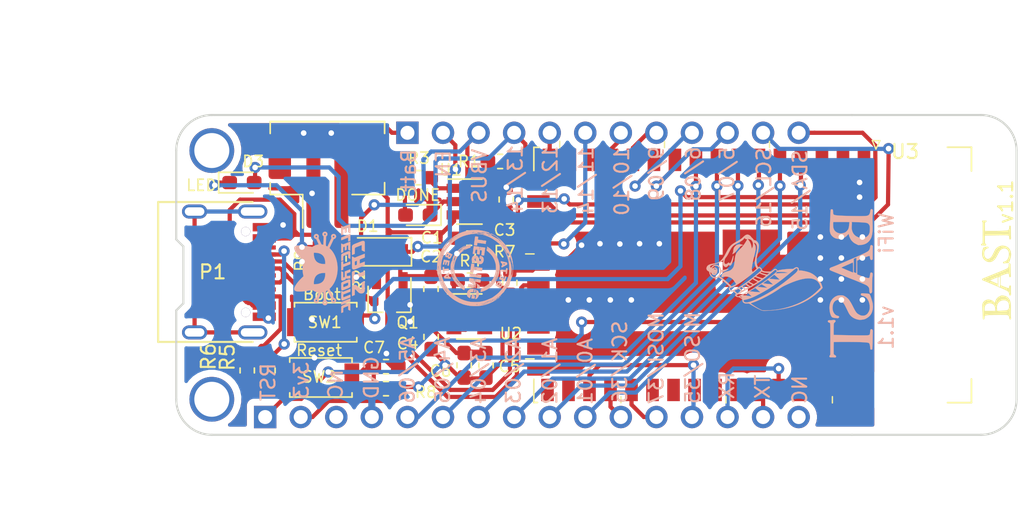
<source format=kicad_pcb>
(kicad_pcb (version 20171130) (host pcbnew "(5.1.6)-1")
  (title_block (title Bast-WiFi) (date 2020-07-15) (rev v1.1) (company "Electronic Cats") (comment 1 "Edgar Capuchino") (comment 2 "Eduardo Contreras"))
  (layers (0 F.Cu signal) (31 B.Cu signal) (34 B.Paste user) (35 F.Paste user) (36 B.SilkS user) (37 F.SilkS user) (38 B.Mask user) (39 F.Mask user) (44 Edge.Cuts user))
  (net 0 "")
  (net 1 +BATT)
  (net 2 GND)
  (net 3 VBUS)
  (net 4 /MISC)
  (net 5 /TX)
  (net 6 /RX)
  (net 7 /MISO)
  (net 8 /MOSI)
  (net 9 /SCK)
  (net 10 /A5)
  (net 11 /A4)
  (net 12 /A3)
  (net 13 /A2)
  (net 14 /A1)
  (net 15 /A0)
  (net 16 +3V3)
  (net 17 /~RST~)
  (net 18 /SDA)
  (net 19 /SCL)
  (net 20 /GPIO05)
  (net 21 /GPIO06)
  (net 22 /GPIO09)
  (net 23 /GPIO10)
  (net 24 /GPIO11)
  (net 25 /GPIO12)
  (net 26 /GPIO13)
  (net 27 /EN)
  (net 28 "Net-(R1-Pad1)")
  (net 29 "Net-(R3-Pad1)")
  (net 30 "Net-(U2-Pad4)")
  (net 31 "Net-(R4-Pad1)")
  (net 32 "Net-(U3-Pad15)")
  (net 33 /GPIO18)
  (net 34 /D-)
  (net 35 /D+)
  (net 36 "Net-(U3-Pad24)")
  (net 37 /GPIO0)
  (net 38 "Net-(U3-Pad36)")
  (net 39 "Net-(U3-Pad35)")
  (net 40 "Net-(U3-Pad34)")
  (net 41 "Net-(U3-Pad33)")
  (net 42 "Net-(U3-Pad32)")
  (net 43 "Net-(U3-Pad28)")
  (net 44 "Net-(U3-Pad27)")
  (net 45 "Net-(U3-Pad25)")
  (net 46 "Net-(U3-Pad39)")
  (net 47 "Net-(U3-Pad40)")
  (net 48 "Net-(D2-Pad2)")
  (net 49 "Net-(P1-PadA5)")
  (net 50 "Net-(P1-PadB5)")
  (net 51 "Net-(P1-PadS1)")
  (net 52 "Net-(D3-Pad1)")
  (net 53 "Net-(U3-Pad14)")
  (net 54 "Net-(J3-Pad3)")
  (module Aesthetics:bast?letter?small (layer F.Cu) (at 185.65 92.7 90)
    (fp_text reference G*** hide)
    (fp_text value LOGO hide)
  )
  (module Aesthetics:bast_8x8 (layer B.Cu) (at 170.71 93.32 270)
    (fp_text reference G*** hide)
    (fp_text value LOGO hide)
  )
  (module Aesthetics:beta_testing (layer B.Cu) (at 148.45 92.2 270)
    (fp_text reference G*** hide)
    (fp_text value LOGO hide)
  )
  (module Aesthetics:electronic_cats_logo_4x3 (layer B.Cu) (at 137.95 92.25 270)
    (fp_text reference G*** hide)
    (fp_text value LOGO hide)
  )
  (module Connector_JST:JST_PH_B2B-PH-SM4-TB_1x02-1MP_P2.00mm_Vertical (layer F.Cu) (at 137.795 86.106)
    (fp_text reference J1 hide)
    (fp_text value Conn_Battery hide)
    (pad MP smd roundrect (at 3.4 -1.75) (size 1.6 3) (layers F.Cu F.Paste F.Mask) (roundrect_rratio 0.15625))
    (pad MP smd roundrect (at -3.4 -1.75) (size 1.6 3) (layers F.Cu F.Paste F.Mask) (roundrect_rratio 0.15625))
    (pad 2 smd roundrect (at 1 0.5) (size 1 5.5) (layers F.Cu F.Paste F.Mask) (net 1 +BATT))
    (pad 1 smd roundrect (at -1 0.5) (size 1 5.5) (layers F.Cu F.Paste F.Mask) (net 2 GND))
  )
  (module RF_Module:ESP32-S2-WROVER (layer F.Cu) (at 164.338 92.71 270)
    (fp_text reference U3 (at -8.81 -14.712) (layer F.SilkS))
    (fp_text value ESP32-S2-WROVER)
    (pad 1 smd rect (at -8.225 -11.775 270) (size 1.6 0.9) (layers F.Cu F.Paste F.Mask) (net 2 GND))
    (pad 15 smd rect (at -8.225 9.225 90) (size 1.6 0.9) (layers F.Cu F.Paste F.Mask) (net 32 "Net-(U3-Pad15)"))
    (pad 16 smd rect (at -8.225 10.725 90) (size 1.6 0.9) (layers F.Cu F.Paste F.Mask) (net 25 /GPIO12))
    (pad 17 smd rect (at -6.75 11.475 270) (size 0.9 1.6) (layers F.Cu F.Paste F.Mask) (net 26 /GPIO13))
    (pad 18 smd rect (at -5.25 11.475 270) (size 0.9 1.6) (layers F.Cu F.Paste F.Mask) (net 18 /SDA))
    (pad 19 smd rect (at -3.75 11.475 270) (size 0.9 1.6) (layers F.Cu F.Paste F.Mask) (net 19 /SCL))
    (pad 20 smd rect (at -2.25 11.475 270) (size 0.9 1.6) (layers F.Cu F.Paste F.Mask) (net 24 /GPIO11))
    (pad 21 smd rect (at -0.75 11.475 270) (size 0.9 1.6) (layers F.Cu F.Paste F.Mask) (net 33 /GPIO18))
    (pad 22 smd rect (at 0.75 11.475 270) (size 0.9 1.6) (layers F.Cu F.Paste F.Mask) (net 34 /D-))
    (pad 23 smd rect (at 2.25 11.475 270) (size 0.9 1.6) (layers F.Cu F.Paste F.Mask) (net 35 /D+))
    (pad 24 smd rect (at 3.75 11.475 270) (size 0.9 1.6) (layers F.Cu F.Paste F.Mask) (net 36 "Net-(U3-Pad24)"))
    (pad 2 smd rect (at -8.225 -10.275 270) (size 1.6 0.9) (layers F.Cu F.Paste F.Mask) (net 16 +3V3))
    (pad 3 smd rect (at -8.225 -8.775 270) (size 1.6 0.9) (layers F.Cu F.Paste F.Mask) (net 37 /GPIO0))
    (pad 4 smd rect (at -8.225 -7.275 270) (size 1.6 0.9) (layers F.Cu F.Paste F.Mask) (net 15 /A0))
    (pad 5 smd rect (at -8.225 -5.775 270) (size 1.6 0.9) (layers F.Cu F.Paste F.Mask) (net 14 /A1))
    (pad 6 smd rect (at -8.225 -4.275 270) (size 1.6 0.9) (layers F.Cu F.Paste F.Mask) (net 13 /A2))
    (pad 7 smd rect (at -8.225 -2.775 270) (size 1.6 0.9) (layers F.Cu F.Paste F.Mask) (net 12 /A3))
    (pad 8 smd rect (at -8.225 -1.275 270) (size 1.6 0.9) (layers F.Cu F.Paste F.Mask) (net 11 /A4))
    (pad 9 smd rect (at -8.225 0.225 270) (size 1.6 0.9) (layers F.Cu F.Paste F.Mask) (net 10 /A5))
    (pad 10 smd rect (at -8.225 1.725 270) (size 1.6 0.9) (layers F.Cu F.Paste F.Mask) (net 20 /GPIO05))
    (pad 11 smd rect (at -8.225 3.225 270) (size 1.6 0.9) (layers F.Cu F.Paste F.Mask) (net 21 /GPIO06))
    (pad 12 smd rect (at -8.225 4.725 270) (size 1.6 0.9) (layers F.Cu F.Paste F.Mask) (net 22 /GPIO09))
    (pad 13 smd rect (at -8.225 6.225 270) (size 1.6 0.9) (layers F.Cu F.Paste F.Mask) (net 23 /GPIO10))
    (pad 14 smd rect (at -8.225 7.725 270) (size 1.6 0.9) (layers F.Cu F.Paste F.Mask) (net 53 "Net-(U3-Pad14)"))
    (pad 38 smd rect (at 8.225 -5.675 270) (size 1.6 0.9) (layers F.Cu F.Paste F.Mask) (net 6 /RX))
    (pad 37 smd rect (at 8.225 -4.175 270) (size 1.6 0.9) (layers F.Cu F.Paste F.Mask) (net 5 /TX))
    (pad 36 smd rect (at 8.225 -2.675 270) (size 1.6 0.9) (layers F.Cu F.Paste F.Mask) (net 38 "Net-(U3-Pad36)"))
    (pad 35 smd rect (at 8.225 -1.175 270) (size 1.6 0.9) (layers F.Cu F.Paste F.Mask) (net 39 "Net-(U3-Pad35)"))
    (pad 34 smd rect (at 8.225 0.325 270) (size 1.6 0.9) (layers F.Cu F.Paste F.Mask) (net 40 "Net-(U3-Pad34)"))
    (pad 33 smd rect (at 8.225 1.825 270) (size 1.6 0.9) (layers F.Cu F.Paste F.Mask) (net 41 "Net-(U3-Pad33)"))
    (pad 32 smd rect (at 8.225 3.325 270) (size 1.6 0.9) (layers F.Cu F.Paste F.Mask) (net 42 "Net-(U3-Pad32)"))
    (pad 31 smd rect (at 8.225 4.825 270) (size 1.6 0.9) (layers F.Cu F.Paste F.Mask) (net 8 /MOSI))
    (pad 30 smd rect (at 8.225 6.325 270) (size 1.6 0.9) (layers F.Cu F.Paste F.Mask) (net 9 /SCK))
    (pad 29 smd rect (at 8.225 7.825 270) (size 1.6 0.9) (layers F.Cu F.Paste F.Mask) (net 7 /MISO))
    (pad 28 smd rect (at 8.225 9.325 270) (size 1.6 0.9) (layers F.Cu F.Paste F.Mask) (net 43 "Net-(U3-Pad28)"))
    (pad 27 smd rect (at 8.225 10.825 270) (size 1.6 0.9) (layers F.Cu F.Paste F.Mask) (net 44 "Net-(U3-Pad27)"))
    (pad 26 smd rect (at 6.75 11.475 270) (size 0.9 1.6) (layers F.Cu F.Paste F.Mask) (net 2 GND))
    (pad 25 smd rect (at 5.25 11.475 270) (size 0.9 1.6) (layers F.Cu F.Paste F.Mask) (net 45 "Net-(U3-Pad25)"))
    (pad 39 smd rect (at 8.225 -7.175 270) (size 1.6 0.9) (layers F.Cu F.Paste F.Mask) (net 46 "Net-(U3-Pad39)"))
    (pad 40 smd rect (at 8.225 -8.775 270) (size 1.6 0.9) (layers F.Cu F.Paste F.Mask) (net 47 "Net-(U3-Pad40)"))
    (pad 41 smd rect (at 8.225 -10.275 270) (size 1.6 0.9) (layers F.Cu F.Paste F.Mask) (net 17 /~RST~))
    (pad 42 smd rect (at 8.225 -11.675 270) (size 1.6 0.9) (layers F.Cu F.Paste F.Mask) (net 2 GND))
    (pad 43 smd rect (at -1.19 -3.735 270) (size 4.1 4.1) (layers F.Cu F.Paste F.Mask) (net 2 GND))
  )
  (module Package_TO_SOT_SMD:SOT-23-5 (layer F.Cu) (at 147.93 95.68)
    (fp_text reference U2 (at 2.97 1.22 180) (layer F.SilkS) (effects (font (size 0.8 0.8) (thickness 0.12))))
    (fp_text value AP2112K-3.3)
    (pad 5 smd rect (at 1.1 -0.95) (size 1.06 0.65) (layers F.Cu F.Paste F.Mask) (net 16 +3V3))
    (pad 4 smd rect (at 1.1 0.95) (size 1.06 0.65) (layers F.Cu F.Paste F.Mask) (net 30 "Net-(U2-Pad4)"))
    (pad 3 smd rect (at -1.1 0.95) (size 1.06 0.65) (layers F.Cu F.Paste F.Mask) (net 31 "Net-(R4-Pad1)"))
    (pad 2 smd rect (at -1.1 0) (size 1.06 0.65) (layers F.Cu F.Paste F.Mask) (net 2 GND))
    (pad 1 smd rect (at -1.1 -0.95) (size 1.06 0.65) (layers F.Cu F.Paste F.Mask) (net 27 /EN))
  )
  (module Diode_SMD:D_0603_1608Metric_Pad1.05x0.95mm_HandSolder (layer F.Cu) (at 144.25 88.43 180)
    (fp_text reference D2)
    (fp_text value DONE (at 0 1.43) (layer F.SilkS) (effects (font (size 0.8 0.8) (thickness 0.12))))
    (pad 2 smd roundrect (at 0.875 0 180) (size 1.05 0.95) (layers F.Cu F.Paste F.Mask) (net 48 "Net-(D2-Pad2)"))
    (pad 1 smd roundrect (at -0.875 0 180) (size 1.05 0.95) (layers F.Cu F.Paste F.Mask) (net 2 GND))
  )
  (module Capacitor_SMD:C_0603_1608Metric_Pad1.05x0.95mm_HandSolder (layer F.Cu) (at 149.12 99.18 90)
    (fp_text reference C5 (at -0.07 1.68 180) (layer F.SilkS) (effects (font (size 0.8 0.8) (thickness 0.12))))
    (fp_text value 10uF)
    (pad 2 smd roundrect (at 0.875 0 90) (size 1.05 0.95) (layers F.Cu F.Paste F.Mask) (net 2 GND))
    (pad 1 smd roundrect (at -0.875 0 90) (size 1.05 0.95) (layers F.Cu F.Paste F.Mask) (net 16 +3V3))
  )
  (module Capacitor_SMD:C_0603_1608Metric_Pad1.05x0.95mm_HandSolder (layer F.Cu) (at 147.92 90.09 180)
    (fp_text reference C1 (at 2.67 0.04) (layer F.SilkS) (effects (font (size 0.8 0.8) (thickness 0.12))))
    (fp_text value 10uF)
    (pad 2 smd roundrect (at 0.875 0 180) (size 1.05 0.95) (layers F.Cu F.Paste F.Mask) (net 2 GND))
    (pad 1 smd roundrect (at -0.875 0 180) (size 1.05 0.95) (layers F.Cu F.Paste F.Mask) (net 3 VBUS))
  )
  (module Resistor_SMD:R_0603_1608Metric_Pad1.05x0.95mm_HandSolder (layer F.Cu) (at 141.98 100.84 180)
    (fp_text reference R8 (at -2.84 -0.25) (layer F.SilkS) (effects (font (size 0.8 0.8) (thickness 0.12))))
    (fp_text value 10K)
    (pad 2 smd roundrect (at 0.875 0 180) (size 1.05 0.95) (layers F.Cu F.Paste F.Mask) (net 17 /~RST~))
    (pad 1 smd roundrect (at -0.875 0 180) (size 1.05 0.95) (layers F.Cu F.Paste F.Mask) (net 16 +3V3))
  )
  (module Resistor_SMD:R_0603_1608Metric_Pad1.05x0.95mm_HandSolder (layer F.Cu) (at 150.82 93.27 90)
    (fp_text reference R7 (at 2.22 -0.37 180) (layer F.SilkS) (effects (font (size 0.8 0.8) (thickness 0.12))))
    (fp_text value 10K)
    (pad 2 smd roundrect (at 0.875 0 90) (size 1.05 0.95) (layers F.Cu F.Paste F.Mask) (net 33 /GPIO18))
    (pad 1 smd roundrect (at -0.875 0 90) (size 1.05 0.95) (layers F.Cu F.Paste F.Mask) (net 16 +3V3))
  )
  (module Resistor_SMD:R_0603_1608Metric_Pad1.05x0.95mm_HandSolder (layer F.Cu) (at 132.07 99.54 90)
    (fp_text reference R6 (at 0.99 -2.77 90) (layer F.SilkS))
    (fp_text value 5.1K)
    (pad 2 smd roundrect (at 0.875 0 90) (size 1.05 0.95) (layers F.Cu F.Paste F.Mask) (net 50 "Net-(P1-PadB5)"))
    (pad 1 smd roundrect (at -0.875 0 90) (size 1.05 0.95) (layers F.Cu F.Paste F.Mask) (net 2 GND))
  )
  (module Resistor_SMD:R_0603_1608Metric_Pad1.05x0.95mm_HandSolder (layer F.Cu) (at 133.55 99.54 90)
    (fp_text reference R5 (at 0.94 -2.9 90) (layer F.SilkS))
    (fp_text value 5.1K)
    (pad 2 smd roundrect (at 0.875 0 90) (size 1.05 0.95) (layers F.Cu F.Paste F.Mask) (net 49 "Net-(P1-PadA5)"))
    (pad 1 smd roundrect (at -0.875 0 90) (size 1.05 0.95) (layers F.Cu F.Paste F.Mask) (net 2 GND))
  )
  (module Resistor_SMD:R_0603_1608Metric_Pad1.05x0.95mm_HandSolder (layer F.Cu) (at 147.965 93.08 180)
    (fp_text reference R4 (at -0.035 1.38 180) (layer F.SilkS) (effects (font (size 0.8 0.8) (thickness 0.12))))
    (fp_text value 10K)
    (pad 2 smd roundrect (at 0.875 0 180) (size 1.05 0.95) (layers F.Cu F.Paste F.Mask) (net 27 /EN))
    (pad 1 smd roundrect (at -0.875 0 180) (size 1.05 0.95) (layers F.Cu F.Paste F.Mask) (net 31 "Net-(R4-Pad1)"))
  )
  (module Resistor_SMD:R_0603_1608Metric_Pad1.05x0.95mm_HandSolder (layer F.Cu) (at 144.295 85.76 180)
    (fp_text reference R3 (at -0.035 1.4) (layer F.SilkS) (effects (font (size 0.8 0.8) (thickness 0.12))))
    (fp_text value 1K)
    (pad 2 smd roundrect (at 0.875 0 180) (size 1.05 0.95) (layers F.Cu F.Paste F.Mask) (net 48 "Net-(D2-Pad2)"))
    (pad 1 smd roundrect (at -0.875 0 180) (size 1.05 0.95) (layers F.Cu F.Paste F.Mask) (net 29 "Net-(R3-Pad1)"))
  )
  (module Resistor_SMD:R_0603_1608Metric_Pad1.05x0.95mm_HandSolder (layer F.Cu) (at 138.62 91.55 270)
    (fp_text reference R2 (at 1.53 -1.44 90) (layer F.SilkS) (effects (font (size 0.8 0.8) (thickness 0.12))))
    (fp_text value 100K)
    (pad 2 smd roundrect (at 0.875 0 270) (size 1.05 0.95) (layers F.Cu F.Paste F.Mask) (net 2 GND))
    (pad 1 smd roundrect (at -0.875 0 270) (size 1.05 0.95) (layers F.Cu F.Paste F.Mask) (net 3 VBUS))
  )
  (module Resistor_SMD:R_0603_1608Metric_Pad1.05x0.95mm_HandSolder (layer F.Cu) (at 150.13 84.6)
    (fp_text reference R1 (at -2.23 0) (layer F.SilkS) (effects (font (size 0.8 0.8) (thickness 0.12))))
    (fp_text value 2K)
    (pad 2 smd roundrect (at 0.875 0) (size 1.05 0.95) (layers F.Cu F.Paste F.Mask) (net 2 GND))
    (pad 1 smd roundrect (at -0.875 0) (size 1.05 0.95) (layers F.Cu F.Paste F.Mask) (net 28 "Net-(R1-Pad1)"))
  )
  (module Diode_SMD:D_SOD-123F (layer F.Cu) (at 141.6 91.06 180)
    (fp_text reference D1 (at 0.925 1.835 180) (layer F.SilkS) (effects (font (size 0.8 0.8) (thickness 0.12))))
    (fp_text value MBR120)
    (pad 2 smd rect (at 1.4 0 180) (size 1.1 1.1) (layers F.Cu F.Paste F.Mask) (net 3 VBUS))
    (pad 1 smd rect (at -1.4 0 180) (size 1.1 1.1) (layers F.Cu F.Paste F.Mask) (net 27 /EN))
  )
  (module Capacitor_SMD:C_0603_1608Metric_Pad1.05x0.95mm_HandSolder (layer F.Cu) (at 141.98 99.27)
    (fp_text reference C7 (at -0.855 -1.37) (layer F.SilkS) (effects (font (size 0.8 0.8) (thickness 0.12))))
    (fp_text value 1uF)
    (pad 2 smd roundrect (at 0.875 0) (size 1.05 0.95) (layers F.Cu F.Paste F.Mask) (net 2 GND))
    (pad 1 smd roundrect (at -0.875 0) (size 1.05 0.95) (layers F.Cu F.Paste F.Mask) (net 17 /~RST~))
  )
  (module Capacitor_SMD:C_0603_1608Metric_Pad1.05x0.95mm_HandSolder (layer F.Cu) (at 147.56 99.17 90)
    (fp_text reference C6 (at -0.405 -1.685 180) (layer F.SilkS) (effects (font (size 0.8 0.8) (thickness 0.12))))
    (fp_text value 0.1uF)
    (pad 2 smd roundrect (at 0.875 0 90) (size 1.05 0.95) (layers F.Cu F.Paste F.Mask) (net 2 GND))
    (pad 1 smd roundrect (at -0.875 0 90) (size 1.05 0.95) (layers F.Cu F.Paste F.Mask) (net 16 +3V3))
  )
  (module Capacitor_SMD:C_0603_1608Metric_Pad1.05x0.95mm_HandSolder (layer F.Cu) (at 145.2 97.14 90)
    (fp_text reference C4 (at -0.485 -1.675) (layer F.SilkS) (effects (font (size 0.8 0.8) (thickness 0.12))))
    (fp_text value 10uF)
    (pad 2 smd roundrect (at 0.875 0 90) (size 1.05 0.95) (layers F.Cu F.Paste F.Mask) (net 2 GND))
    (pad 1 smd roundrect (at -0.875 0 90) (size 1.05 0.95) (layers F.Cu F.Paste F.Mask) (net 16 +3V3))
  )
  (module Capacitor_SMD:C_0603_1608Metric_Pad1.05x0.95mm_HandSolder (layer F.Cu) (at 150.57 87.32 90)
    (fp_text reference C3 (at -2.18 -0.12 180) (layer F.SilkS) (effects (font (size 0.8 0.8) (thickness 0.12))))
    (fp_text value 10uF)
    (pad 2 smd roundrect (at 0.875 0 90) (size 1.05 0.95) (layers F.Cu F.Paste F.Mask) (net 2 GND))
    (pad 1 smd roundrect (at -0.875 0 90) (size 1.05 0.95) (layers F.Cu F.Paste F.Mask) (net 1 +BATT))
  )
  (module Capacitor_SMD:C_0603_1608Metric_Pad1.05x0.95mm_HandSolder (layer F.Cu) (at 145.19 93.71 270)
    (fp_text reference C2 (at -2.31 -0.01) (layer F.SilkS) (effects (font (size 0.8 0.8) (thickness 0.12))))
    (fp_text value 10uF)
    (pad 2 smd roundrect (at 0.875 0 270) (size 1.05 0.95) (layers F.Cu F.Paste F.Mask) (net 2 GND))
    (pad 1 smd roundrect (at -0.875 0 270) (size 1.05 0.95) (layers F.Cu F.Paste F.Mask) (net 27 /EN))
  )
  (module Package_TO_SOT_SMD:TSOT-23 (layer F.Cu) (at 142.25 94.43 270)
    (fp_text reference Q1 (at 1.695 -1.275) (layer F.SilkS) (effects (font (size 0.8 0.8) (thickness 0.12))))
    (fp_text value DMG3415U-7)
    (pad 3 smd rect (at 1.31 0 270) (size 1.22 0.65) (layers F.Cu F.Paste F.Mask) (net 1 +BATT))
    (pad 2 smd rect (at -1.31 0.95 270) (size 1.22 0.65) (layers F.Cu F.Paste F.Mask) (net 3 VBUS))
    (pad 1 smd rect (at -1.31 -0.95 270) (size 1.22 0.65) (layers F.Cu F.Paste F.Mask) (net 27 /EN))
  )
  (module Package_TO_SOT_SMD:SOT-23-5 (layer F.Cu) (at 147.94 87.47)
    (fp_text reference U1 (at -1.34 -2.27 180) (layer F.SilkS) (effects (font (size 0.8 0.8) (thickness 0.12))))
    (fp_text value MCP73831-3-OT)
    (pad 5 smd rect (at 1.1 -0.95) (size 1.06 0.65) (layers F.Cu F.Paste F.Mask) (net 28 "Net-(R1-Pad1)"))
    (pad 4 smd rect (at 1.1 0.95) (size 1.06 0.65) (layers F.Cu F.Paste F.Mask) (net 3 VBUS))
    (pad 3 smd rect (at -1.1 0.95) (size 1.06 0.65) (layers F.Cu F.Paste F.Mask) (net 1 +BATT))
    (pad 2 smd rect (at -1.1 0) (size 1.06 0.65) (layers F.Cu F.Paste F.Mask) (net 2 GND))
    (pad 1 smd rect (at -1.1 -0.95) (size 1.06 0.65) (layers F.Cu F.Paste F.Mask) (net 29 "Net-(R3-Pad1)"))
  )
  (module MountingHole:MountingHole_2.5mm_Pad (layer F.Cu) (at 129.54 83.82)
    (fp_text reference REF** hide)
    (fp_text value MountingHole_2.5mm_Pad hide)
    (pad "" thru_hole circle (at 0 0) (size 3.2 3.2) (drill 2.5) (layers *.Cu *.Mask))
  )
  (module MountingHole:MountingHole_2.5mm_Pad (layer F.Cu) (at 129.54 101.6)
    (fp_text reference REF** hide)
    (fp_text value MountingHole_2.5mm_Pad hide)
    (pad "" thru_hole circle (at 0 0) (size 3.2 3.2) (drill 2.5) (layers *.Cu *.Mask))
  )
  (module MountingHole:MountingHole_2.2mm_M2 (layer F.Cu) (at 185.07 102.24)
    (fp_text reference REF** hide)
    (fp_text value MountingHole_2.2mm_M2 hide)
    (pad 1 np_thru_hole circle (at 0 0) (size 2.2 2.2) (drill 2.2) (layers *.Cu *.Mask))
  )
  (module MountingHole:MountingHole_2.2mm_M2 (layer F.Cu) (at 185.13 83.185)
    (fp_text reference REF** hide)
    (fp_text value MountingHole_2.2mm_M2 hide)
    (pad 1 np_thru_hole circle (at 0 0) (size 2.2 2.2) (drill 2.2) (layers *.Cu *.Mask))
  )
  (module Connector_PinSocket_2.54mm:PinSocket_1x12_P2.54mm_Vertical (layer F.Cu) (at 143.51 82.55 90)
    (fp_text reference J4 hide)
    (fp_text value Conn_Right hide)
    (pad 12 thru_hole oval (at 0 27.94 90) (size 1.6 1.6) (drill 1) (layers *.Cu *.Mask) (net 18 /SDA))
    (pad 11 thru_hole oval (at 0 25.4 90) (size 1.6 1.6) (drill 1) (layers *.Cu *.Mask) (net 19 /SCL))
    (pad 10 thru_hole oval (at 0 22.86 90) (size 1.6 1.6) (drill 1) (layers *.Cu *.Mask) (net 20 /GPIO05))
    (pad 9 thru_hole oval (at 0 20.32 90) (size 1.6 1.6) (drill 1) (layers *.Cu *.Mask) (net 21 /GPIO06))
    (pad 8 thru_hole oval (at 0 17.78 90) (size 1.6 1.6) (drill 1) (layers *.Cu *.Mask) (net 22 /GPIO09))
    (pad 7 thru_hole oval (at 0 15.24 90) (size 1.6 1.6) (drill 1) (layers *.Cu *.Mask) (net 23 /GPIO10))
    (pad 6 thru_hole oval (at 0 12.7 90) (size 1.6 1.6) (drill 1) (layers *.Cu *.Mask) (net 24 /GPIO11))
    (pad 5 thru_hole oval (at 0 10.16 90) (size 1.6 1.6) (drill 1) (layers *.Cu *.Mask) (net 25 /GPIO12))
    (pad 4 thru_hole oval (at 0 7.62 90) (size 1.6 1.6) (drill 1) (layers *.Cu *.Mask) (net 26 /GPIO13))
    (pad 3 thru_hole oval (at 0 5.08 90) (size 1.6 1.6) (drill 1) (layers *.Cu *.Mask) (net 3 VBUS))
    (pad 2 thru_hole oval (at 0 2.54 90) (size 1.6 1.6) (drill 1) (layers *.Cu *.Mask) (net 27 /EN))
    (pad 1 thru_hole rect (at 0 0 90) (size 1.6 1.6) (drill 1) (layers *.Cu *.Mask) (net 1 +BATT))
  )
  (module Connector_PinSocket_2.54mm:PinSocket_1x16_P2.54mm_Vertical (layer F.Cu) (at 133.35 102.87 90)
    (fp_text reference J3 hide)
    (fp_text value Conn_Left hide)
    (pad 16 thru_hole oval (at 0 38.1 90) (size 1.6 1.6) (drill 1) (layers *.Cu *.Mask) (net 4 /MISC))
    (pad 15 thru_hole oval (at 0 35.56 90) (size 1.6 1.6) (drill 1) (layers *.Cu *.Mask) (net 5 /TX))
    (pad 14 thru_hole oval (at 0 33.02 90) (size 1.6 1.6) (drill 1) (layers *.Cu *.Mask) (net 6 /RX))
    (pad 13 thru_hole oval (at 0 30.48 90) (size 1.6 1.6) (drill 1) (layers *.Cu *.Mask) (net 7 /MISO))
    (pad 12 thru_hole oval (at 0 27.94 90) (size 1.6 1.6) (drill 1) (layers *.Cu *.Mask) (net 8 /MOSI))
    (pad 11 thru_hole oval (at 0 25.4 90) (size 1.6 1.6) (drill 1) (layers *.Cu *.Mask) (net 9 /SCK))
    (pad 10 thru_hole oval (at 0 22.86 90) (size 1.6 1.6) (drill 1) (layers *.Cu *.Mask) (net 15 /A0))
    (pad 9 thru_hole oval (at 0 20.32 90) (size 1.6 1.6) (drill 1) (layers *.Cu *.Mask) (net 14 /A1))
    (pad 8 thru_hole oval (at 0 17.78 90) (size 1.6 1.6) (drill 1) (layers *.Cu *.Mask) (net 13 /A2))
    (pad 7 thru_hole oval (at 0 15.24 90) (size 1.6 1.6) (drill 1) (layers *.Cu *.Mask) (net 12 /A3))
    (pad 6 thru_hole oval (at 0 12.7 90) (size 1.6 1.6) (drill 1) (layers *.Cu *.Mask) (net 11 /A4))
    (pad 5 thru_hole oval (at 0 10.16 90) (size 1.6 1.6) (drill 1) (layers *.Cu *.Mask) (net 10 /A5))
    (pad 4 thru_hole oval (at 0 7.62 90) (size 1.6 1.6) (drill 1) (layers *.Cu *.Mask) (net 2 GND))
    (pad 3 thru_hole oval (at 0 5.08 90) (size 1.6 1.6) (drill 1) (layers *.Cu *.Mask) (net 54 "Net-(J3-Pad3)"))
    (pad 2 thru_hole oval (at 0 2.54 90) (size 1.6 1.6) (drill 1) (layers *.Cu *.Mask) (net 16 +3V3))
    (pad 1 thru_hole rect (at 0 0 90) (size 1.6 1.6) (drill 1) (layers *.Cu *.Mask) (net 17 /~RST~))
  )
  (module "Connectors EC:C393939" (layer F.Cu) (at 132.46 92.5 270)
    (fp_text reference P1 (at 0 2.86 180) (layer F.SilkS))
    (fp_text value USB_C_Plug_USB2.0)
    (pad S1 thru_hole oval (at -4.32 0 270) (size 1 2.1) (drill oval 0.6 1.7) (layers *.Cu *.Mask) (net 51 "Net-(P1-PadS1)"))
    (pad S1 thru_hole oval (at 4.32 0 270) (size 1 2.1) (drill oval 0.6 1.7) (layers *.Cu *.Mask) (net 51 "Net-(P1-PadS1)"))
    (pad S1 thru_hole oval (at -4.32 4.15 270) (size 1 1.8) (drill oval 0.6 1.4) (layers *.Cu *.Mask) (net 51 "Net-(P1-PadS1)"))
    (pad S1 thru_hole oval (at 4.32 4.15 270) (size 1 1.8) (drill oval 0.6 1.4) (layers *.Cu *.Mask) (net 51 "Net-(P1-PadS1)"))
    (pad "" thru_hole circle (at -2.89 0.5 270) (size 0.65 0.65) (drill 0.65) (layers *.Cu *.Mask))
    (pad "" thru_hole circle (at 2.89 0.5 270) (size 0.65 0.65) (drill 0.65) (layers *.Cu *.Mask))
    (pad A1 smd rect (at -3.2 -0.825 270) (size 0.6 1.65) (layers F.Cu F.Paste F.Mask) (net 2 GND))
    (pad A1 smd rect (at 3.2 -0.825 270) (size 0.6 1.65) (layers F.Cu F.Paste F.Mask) (net 2 GND))
    (pad A4 smd rect (at -2.4 -0.825 270) (size 0.6 1.65) (layers F.Cu F.Paste F.Mask) (net 3 VBUS))
    (pad A4 smd rect (at 2.4 -0.825 270) (size 0.6 1.65) (layers F.Cu F.Paste F.Mask) (net 3 VBUS))
    (pad A8 smd rect (at -1.75 -0.825 270) (size 0.3 1.65) (layers F.Cu F.Paste F.Mask))
    (pad A5 smd rect (at -1.25 -0.825 270) (size 0.3 1.65) (layers F.Cu F.Paste F.Mask) (net 49 "Net-(P1-PadA5)"))
    (pad A7 smd rect (at -0.75 -0.825 270) (size 0.3 1.65) (layers F.Cu F.Paste F.Mask) (net 34 /D-))
    (pad A6 smd rect (at -0.25 -0.825 270) (size 0.3 1.65) (layers F.Cu F.Paste F.Mask) (net 35 /D+))
    (pad A7 smd rect (at 0.25 -0.825 270) (size 0.3 1.65) (layers F.Cu F.Paste F.Mask) (net 34 /D-))
    (pad A6 smd rect (at 0.75 -0.825 270) (size 0.3 1.65) (layers F.Cu F.Paste F.Mask) (net 35 /D+))
    (pad B8 smd rect (at 1.25 -0.825 270) (size 0.3 1.65) (layers F.Cu F.Paste F.Mask))
    (pad B5 smd rect (at 1.75 -0.825 270) (size 0.3 1.65) (layers F.Cu F.Paste F.Mask) (net 50 "Net-(P1-PadB5)"))
  )
  (module "Connectors EC:C455281" (layer F.Cu) (at 140.42 97.49 180)
    (fp_text reference SW1 (at 2.82 1.39) (layer F.SilkS) (effects (font (size 0.8 0.8) (thickness 0.12))))
    (fp_text value GPIO0)
    (pad 1 smd rect (at 4.98 1.4 180) (size 1.05 2) (layers F.Cu F.Paste F.Mask) (net 2 GND))
    (pad 2 smd rect (at 0.54 1.4 180) (size 1.05 2) (layers F.Cu F.Paste F.Mask) (net 37 /GPIO0))
  )
  (module "Connectors EC:C455281" (layer F.Cu) (at 140.08 101.44 180)
    (fp_text reference SW2 (at 2.88 1.44) (layer F.SilkS) (effects (font (size 0.8 0.8) (thickness 0.12))))
    (fp_text value RESET)
    (pad 2 smd rect (at 0.54 1.4 180) (size 1.05 2) (layers F.Cu F.Paste F.Mask) (net 17 /~RST~))
    (pad 1 smd rect (at 4.98 1.4 180) (size 1.05 2) (layers F.Cu F.Paste F.Mask) (net 2 GND))
  )
  (module LED_SMD:LED_0603_1608Metric_Pad1.05x0.95mm_HandSolder (layer F.Cu) (at 131.69 86.11)
    (fp_text reference D3 (at 0.81 -1.51) (layer F.SilkS) (effects (font (size 0.8 0.8) (thickness 0.12))))
    (fp_text value LED (at -2.89 0.19) (layer F.SilkS) (effects (font (size 0.8 0.8) (thickness 0.12))))
    (pad 1 smd roundrect (at -0.875 0) (size 1.05 0.95) (layers F.Cu F.Paste F.Mask) (net 52 "Net-(D3-Pad1)"))
    (pad 2 smd roundrect (at 0.875 0) (size 1.05 0.95) (layers F.Cu F.Paste F.Mask) (net 26 /GPIO13))
  )
  (module Resistor_SMD:R_0603_1608Metric_Pad1.05x0.95mm_HandSolder (layer F.Cu) (at 137.22 91.55 270)
    (fp_text reference R9 (at 0.144 1.33 90) (layer F.SilkS) (effects (font (size 0.8 0.8) (thickness 0.12))))
    (fp_text value 1K)
    (pad 1 smd roundrect (at -0.875 0 270) (size 1.05 0.95) (layers F.Cu F.Paste F.Mask) (net 52 "Net-(D3-Pad1)"))
    (pad 2 smd roundrect (at 0.875 0 270) (size 1.05 0.95) (layers F.Cu F.Paste F.Mask) (net 2 GND))
  )
  (gr_text NC (at 138.38 100.49 90) (layer B.SilkS) (effects (font (size 1 1)) (justify mirror)))
  (gr_text NC (at 171.53 100.91 90) (layer B.SilkS) (effects (font (size 1 1)) (justify mirror)))
  (gr_text Reset (at 137.2 98.1) (layer F.SilkS) (effects (font (size 0.8 0.8) (thickness 0.12))))
  (gr_text Boot (at 137.4 94.1) (layer F.SilkS) (effects (font (size 0.8 0.8) (thickness 0.12))))
  (gr_text v1.1 (at 177.71 96.47 90) (layer B.SilkS) (effects (font (size 1 1)) (justify mirror)))
  (gr_text WiFi (at 177.71 89.72 90) (layer B.SilkS) (effects (font (size 1 1)) (justify mirror)))
  (gr_text v1.1 (at 186.24 87.48 90) (layer F.SilkS) (effects (font (size 1 1))))
  (gr_text TX (at 168.87 100.7 90) (layer B.SilkS) (effects (font (size 1 1)) (justify mirror)))
  (gr_text RX (at 166.33 100.62 90) (layer B.SilkS) (effects (font (size 1 1)) (justify mirror)))
  (gr_text MISO/35 (at 163.88 98.64 90) (layer B.SilkS) (effects (font (size 1 1)) (justify mirror)))
  (gr_text MOSI/37 (at 161.28 98.67 90) (layer B.SilkS) (effects (font (size 1 1)) (justify mirror)))
  (gr_text SCK/36 (at 158.68 98.94 90) (layer B.SilkS) (effects (font (size 1 1)) (justify mirror)))
  (gr_text A0/01 (at 156.21 99.61 90) (layer B.SilkS) (effects (font (size 1 1)) (justify mirror)))
  (gr_text A1/02 (at 153.69 99.59 90) (layer B.SilkS) (effects (font (size 1 1)) (justify mirror)))
  (gr_text A2/03 (at 151.08 99.55 90) (layer B.SilkS) (effects (font (size 1 1)) (justify mirror)))
  (gr_text A3/04 (at 148.6 99.56 90) (layer B.SilkS) (effects (font (size 1 1)) (justify mirror)))
  (gr_text A4/05 (at 146.03 99.53 90) (layer B.SilkS) (effects (font (size 1 1)) (justify mirror)))
  (gr_text A5/06 (at 143.51 99.51 90) (layer B.SilkS) (effects (font (size 1 1)) (justify mirror)))
  (gr_text GND (at 140.94 100.05 90) (layer B.SilkS) (effects (font (size 1 1)) (justify mirror)))
  (gr_text 3v3 (at 135.94 100.25 90) (layer B.SilkS) (effects (font (size 1 1)) (justify mirror)))
  (gr_text RST (at 133.56 100.37 90) (layer B.SilkS) (effects (font (size 1 1)) (justify mirror)))
  (gr_text SDA/15 (at 171.55 86.67 90) (layer B.SilkS) (effects (font (size 1 1)) (justify mirror)))
  (gr_text SCL/16 (at 168.97 86.47 90) (layer B.SilkS) (effects (font (size 1 1)) (justify mirror)))
  (gr_text 5/07 (at 166.34 85.53 90) (layer B.SilkS) (effects (font (size 1 1)) (justify mirror)))
  (gr_text 9/09 (at 161.3 85.47 90) (layer B.SilkS) (effects (font (size 1 1)) (justify mirror)))
  (gr_text 6/08 (at 163.93 85.5 90) (layer B.SilkS) (effects (font (size 1 1)) (justify mirror)))
  (gr_text 10/10 (at 158.82 86.05 90) (layer B.SilkS) (effects (font (size 1 1)) (justify mirror)))
  (gr_text 11/14 (at 156.28 85.98 90) (layer B.SilkS) (effects (font (size 1 1)) (justify mirror)))
  (gr_text 12/13 (at 153.71 85.92 90) (layer B.SilkS) (effects (font (size 1 1)) (justify mirror)))
  (gr_text 13/14 (at 151.22 85.84 90) (layer B.SilkS) (effects (font (size 1 1)) (justify mirror)))
  (gr_text VBUS (at 148.65 85.625 90) (layer B.SilkS) (effects (font (size 1 1)) (justify mirror)))
  (gr_text EN (at 146.075 84.775 90) (layer B.SilkS) (effects (font (size 1 1)) (justify mirror)))
  (gr_text Batt (at 143.6 85.25 90) (layer B.SilkS) (effects (font (size 1 1)) (justify mirror)))
  (gr_line (start 175.26 104.14) (end 184.47 104.14) (layer Edge.Cuts) (width 0.15))
  (gr_line (start 175.26 81.28) (end 184.47 81.28) (layer Edge.Cuts) (width 0.15))
  (gr_arc (start 129.54 101.6) (end 127 101.6) (angle -90) (layer Edge.Cuts) (width 0.15))
  (gr_line (start 127 95.25) (end 127 101.6) (layer Edge.Cuts) (width 0.15))
  (gr_line (start 127.508 94.742) (end 127 95.25) (layer Edge.Cuts) (width 0.15))
  (gr_line (start 127.508 90.678) (end 127.508 94.742) (layer Edge.Cuts) (width 0.15))
  (gr_line (start 127 90.17) (end 127.508 90.678) (layer Edge.Cuts) (width 0.15))
  (gr_line (start 127 83.82) (end 127 90.17) (layer Edge.Cuts) (width 0.15))
  (gr_arc (start 129.54 83.82) (end 129.54 81.28) (angle -90) (layer Edge.Cuts) (width 0.15))
  (gr_arc (start 184.47 101.6) (end 184.47 104.14) (angle -90) (layer Edge.Cuts) (width 0.15))
  (gr_line (start 175.26 81.28) (end 129.54 81.28) (layer Edge.Cuts) (width 0.15))
  (gr_arc (start 184.47 83.82) (end 187.01 83.82) (angle -90) (layer Edge.Cuts) (width 0.15))
  (gr_line (start 129.54 104.14) (end 175.26 104.14) (layer Edge.Cuts) (width 0.15))
  (gr_line (start 187.01 101.6) (end 187.01 83.82) (layer Edge.Cuts) (width 0.15))
  (segment (start 132.179998 90.75) (end 133.285 90.75) (width 0.3) (layer F.Cu) (net 0))
  (segment (start 132.16 93.75) (end 131.319992 92.909992) (width 0.3) (layer F.Cu) (net 0))
  (segment (start 131.319992 92.909992) (end 131.319992 91.437128) (width 0.3) (layer F.Cu) (net 0))
  (segment (start 133.285 93.75) (end 132.16 93.75) (width 0.3) (layer F.Cu) (net 0))
  (segment (start 132.00712 90.75) (end 132.179998 90.75) (width 0.3) (layer F.Cu) (net 0))
  (segment (start 131.319992 91.437128) (end 132.00712 90.75) (width 0.3) (layer F.Cu) (net 0))
  (segment (start 146.84 88.872) (end 146.84 88.42) (width 0.3) (layer F.Cu) (net 1))
  (segment (start 146.05 89.662) (end 145.876 89.836) (width 0.3) (layer F.Cu) (net 1))
  (segment (start 146.05 89.662) (end 146.558 89.154) (width 0.3) (layer F.Cu) (net 1))
  (segment (start 145.542 89.662) (end 146.05 89.662) (width 0.3) (layer F.Cu) (net 1))
  (segment (start 145.902 89.81) (end 146.558 89.154) (width 0.3) (layer F.Cu) (net 1))
  (segment (start 146.558 89.154) (end 146.84 88.872) (width 0.3) (layer F.Cu) (net 1))
  (segment (start 145.876 89.996) (end 145.542 89.662) (width 0.3) (layer F.Cu) (net 1))
  (segment (start 145.876 89.836) (end 145.876 89.996) (width 0.3) (layer F.Cu) (net 1))
  (segment (start 150.48 88.485) (end 150.77 88.195) (width 0.3) (layer F.Cu) (net 1))
  (segment (start 145.876 91.52) (end 146.316 91.96) (width 0.3) (layer F.Cu) (net 1))
  (segment (start 145.876 89.996) (end 145.876 91.52) (width 0.3) (layer F.Cu) (net 1))
  (segment (start 146.316 91.96) (end 148.95 91.96) (width 0.3) (layer F.Cu) (net 1))
  (segment (start 148.95 91.96) (end 150.48 90.43) (width 0.3) (layer F.Cu) (net 1))
  (segment (start 150.48 90.43) (end 150.48 88.485) (width 0.3) (layer F.Cu) (net 1))
  (segment (start 142.41 82.55) (end 141.98 82.12) (width 0.3) (layer F.Cu) (net 1))
  (segment (start 143.51 82.55) (end 142.41 82.55) (width 0.3) (layer F.Cu) (net 1))
  (segment (start 141.98 82.12) (end 139.58 82.12) (width 0.3) (layer F.Cu) (net 1))
  (segment (start 138.795 82.905) (end 138.795 86.606) (width 0.3) (layer F.Cu) (net 1))
  (segment (start 139.58 82.12) (end 138.795 82.905) (width 0.3) (layer F.Cu) (net 1))
  (segment (start 142.099999 89.649999) (end 142.112 89.662) (width 0.3) (layer F.Cu) (net 1))
  (segment (start 141.456004 86.606) (end 138.795 86.606) (width 0.3) (layer F.Cu) (net 1))
  (segment (start 142.099999 87.249995) (end 141.456004 86.606) (width 0.3) (layer F.Cu) (net 1))
  (segment (start 142.25 95.74) (end 142.099999 95.589999) (width 0.3) (layer F.Cu) (net 1))
  (segment (start 142.099999 89.393999) (end 142.368 89.662) (width 0.3) (layer F.Cu) (net 1))
  (segment (start 142.112 89.662) (end 142.368 89.662) (width 0.3) (layer F.Cu) (net 1))
  (segment (start 142.099999 89.370001) (end 142.099999 87.249995) (width 0.3) (layer F.Cu) (net 1))
  (segment (start 142.099999 89.370001) (end 142.099999 89.393999) (width 0.3) (layer F.Cu) (net 1))
  (segment (start 142.368 89.662) (end 145.542 89.662) (width 0.3) (layer F.Cu) (net 1))
  (segment (start 142.327998 89.662) (end 142.099999 89.889999) (width 0.3) (layer F.Cu) (net 1))
  (segment (start 142.099999 95.589999) (end 142.099999 89.889999) (width 0.3) (layer F.Cu) (net 1))
  (segment (start 142.368 89.662) (end 142.327998 89.662) (width 0.3) (layer F.Cu) (net 1))
  (segment (start 142.099999 89.889999) (end 142.099999 89.370001) (width 0.3) (layer F.Cu) (net 1))
  (segment (start 147.009998 98.295) (end 147.56 98.295) (width 0.3) (layer F.Cu) (net 2))
  (segment (start 133.58 95.800002) (end 133.58 89.31) (width 0.3) (layer B.Cu) (net 2))
  (segment (start 133.285 89.3) (end 133.59 89.3) (width 0.3) (layer F.Cu) (net 2))
  (segment (start 133.479998 95.7) (end 133.58 95.800002) (width 0.3) (layer F.Cu) (net 2))
  (segment (start 133.285 95.7) (end 133.479998 95.7) (width 0.3) (layer F.Cu) (net 2))
  (via (at 133.58 95.800002) (size 0.8) (drill 0.4) (layers F.Cu B.Cu) (net 2))
  (segment (start 145.275 88.5) (end 145.215 88.56) (width 0.3) (layer F.Cu) (net 2))
  (segment (start 146.085 87.47) (end 146.84 87.47) (width 0.3) (layer F.Cu) (net 2))
  (segment (start 145.125 88.43) (end 146.085 87.47) (width 0.3) (layer F.Cu) (net 2))
  (segment (start 151.005 86.01) (end 150.57 86.445) (width 0.3) (layer F.Cu) (net 2))
  (segment (start 151.005 84.6) (end 151.005 86.01) (width 0.3) (layer F.Cu) (net 2))
  (via (at 136.7 86.88) (size 0.8) (drill 0.4) (layers F.Cu B.Cu) (net 2))
  (segment (start 136.795 86.606) (end 136.716 86.606) (width 0.3) (layer F.Cu) (net 2))
  (segment (start 136.716 86.606) (end 136.71 86.6) (width 0.3) (layer F.Cu) (net 2))
  (segment (start 150.57 86.445) (end 150.57 86.65) (width 0.3) (layer F.Cu) (net 2))
  (via (at 150.57 86.445) (size 0.8) (drill 0.4) (layers F.Cu B.Cu) (net 2))
  (via (at 147.045 91.186) (size 0.8) (drill 0.4) (layers F.Cu B.Cu) (net 2))
  (segment (start 147.045 90.045) (end 147.045 90.09) (width 0.3) (layer B.Cu) (net 2))
  (segment (start 150.57 86.445) (end 150.57 86.52) (width 0.3) (layer B.Cu) (net 2))
  (segment (start 145.2 96.265) (end 145.2 96.485002) (width 0.3) (layer F.Cu) (net 2))
  (segment (start 145.949999 97.235001) (end 146.023499 97.308501) (width 0.3) (layer F.Cu) (net 2))
  (segment (start 145.2 96.485002) (end 146.023499 97.308501) (width 0.3) (layer F.Cu) (net 2))
  (segment (start 146.023499 97.308501) (end 147.009998 98.295) (width 0.3) (layer F.Cu) (net 2))
  (segment (start 145.453 96.012) (end 145.2 96.265) (width 0.3) (layer F.Cu) (net 2))
  (segment (start 146.83 95.68) (end 146.382 95.68) (width 0.3) (layer F.Cu) (net 2))
  (segment (start 146.05 96.012) (end 145.453 96.012) (width 0.3) (layer F.Cu) (net 2))
  (segment (start 146.382 95.68) (end 146.05 96.012) (width 0.3) (layer F.Cu) (net 2))
  (segment (start 147.375002 87.47) (end 147.720001 87.814999) (width 0.3) (layer F.Cu) (net 2))
  (segment (start 146.84 87.47) (end 147.375002 87.47) (width 0.3) (layer F.Cu) (net 2))
  (segment (start 147.720001 87.814999) (end 147.720001 89.414999) (width 0.3) (layer F.Cu) (net 2))
  (segment (start 147.720001 89.414999) (end 147.045 90.09) (width 0.3) (layer F.Cu) (net 2))
  (segment (start 147.045 90.045) (end 147.045 91.186) (width 0.3) (layer B.Cu) (net 2))
  (segment (start 147.045 90.09) (end 147.045 91.186) (width 0.3) (layer F.Cu) (net 2))
  (segment (start 134.83 99.94) (end 135.25 99.52) (width 0.3) (layer F.Cu) (net 2))
  (segment (start 132.25 100.475) (end 132.785 99.94) (width 0.3) (layer F.Cu) (net 2))
  (segment (start 132.785 99.94) (end 134.83 99.94) (width 0.3) (layer F.Cu) (net 2))
  (segment (start 134.47 89.3) (end 134.63 89.14) (width 0.3) (layer F.Cu) (net 2))
  (via (at 134.63 89.14) (size 0.8) (drill 0.4) (layers F.Cu B.Cu) (net 2))
  (segment (start 133.285 89.3) (end 134.47 89.3) (width 0.3) (layer F.Cu) (net 2))
  (segment (start 133.58 89.31) (end 134.46 88.43) (width 0.3) (layer B.Cu) (net 2))
  (via (at 136.1 82.57) (size 0.8) (drill 0.4) (layers F.Cu B.Cu) (net 2))
  (segment (start 136.71 83.18) (end 136.1 82.57) (width 0.3) (layer F.Cu) (net 2))
  (segment (start 136.71 86.6) (end 136.71 83.18) (width 0.3) (layer F.Cu) (net 2))
  (via (at 138.07 82.57) (size 0.8) (drill 0.4) (layers F.Cu B.Cu) (net 2))
  (segment (start 136.1 82.57) (end 138.07 82.57) (width 0.3) (layer B.Cu) (net 2))
  (via (at 139.86 92.87) (size 0.8) (drill 0.4) (layers F.Cu B.Cu) (net 2))
  (segment (start 139.415 92.425) (end 139.86 92.87) (width 0.3) (layer F.Cu) (net 2))
  (segment (start 138.62 92.425) (end 139.415 92.425) (width 0.3) (layer F.Cu) (net 2))
  (segment (start 144.725 96.265) (end 144.057202 96.932798) (width 0.3) (layer F.Cu) (net 2))
  (segment (start 144.057202 96.932798) (end 144.057202 97.355911) (width 0.3) (layer F.Cu) (net 2))
  (segment (start 145.2 96.265) (end 144.725 96.265) (width 0.3) (layer F.Cu) (net 2))
  (segment (start 157.48 91.52) (end 155 94) (width 0.3) (layer F.Cu) (net 2))
  (segment (start 168.073 91.52) (end 157.48 91.52) (width 0.3) (layer F.Cu) (net 2))
  (via (at 155 94.5) (size 0.8) (drill 0.4) (layers F.Cu B.Cu) (net 2))
  (segment (start 155 94) (end 155 94.5) (width 0.3) (layer B.Cu) (net 2))
  (via (at 156.5 94.5) (size 0.8) (drill 0.4) (layers F.Cu B.Cu) (net 2))
  (segment (start 155 94.5) (end 156.5 94.5) (width 0.3) (layer F.Cu) (net 2))
  (via (at 158 94.5) (size 0.8) (drill 0.4) (layers F.Cu B.Cu) (net 2))
  (segment (start 156.5 94.5) (end 158 94.5) (width 0.3) (layer B.Cu) (net 2))
  (via (at 159.5 94.5) (size 0.8) (drill 0.4) (layers F.Cu B.Cu) (net 2))
  (segment (start 158 94.5) (end 159.5 94.5) (width 0.3) (layer F.Cu) (net 2))
  (via (at 173 91.5) (size 0.8) (drill 0.4) (layers F.Cu B.Cu) (net 2))
  (segment (start 172.98 91.52) (end 173 91.5) (width 0.3) (layer F.Cu) (net 2))
  (segment (start 168.073 91.52) (end 172.98 91.52) (width 0.3) (layer F.Cu) (net 2))
  (via (at 173 90) (size 0.8) (drill 0.4) (layers F.Cu B.Cu) (net 2))
  (segment (start 173 91.5) (end 173 90) (width 0.3) (layer B.Cu) (net 2))
  (via (at 174.5 90) (size 0.8) (drill 0.4) (layers F.Cu B.Cu) (net 2))
  (segment (start 173 90) (end 174.5 90) (width 0.3) (layer F.Cu) (net 2))
  (via (at 174.5 91.5) (size 0.8) (drill 0.4) (layers F.Cu B.Cu) (net 2))
  (segment (start 174.5 90) (end 174.5 91.5) (width 0.3) (layer B.Cu) (net 2))
  (via (at 174.5 93) (size 0.8) (drill 0.4) (layers F.Cu B.Cu) (net 2))
  (segment (start 174.5 91.5) (end 174.5 93) (width 0.3) (layer F.Cu) (net 2))
  (via (at 173 93) (size 0.8) (drill 0.4) (layers F.Cu B.Cu) (net 2))
  (segment (start 174.5 93) (end 173 93) (width 0.3) (layer B.Cu) (net 2))
  (via (at 173 94.5) (size 0.8) (drill 0.4) (layers F.Cu B.Cu) (net 2))
  (segment (start 173 93) (end 173 94.5) (width 0.3) (layer F.Cu) (net 2))
  (via (at 174.5 94.5) (size 0.8) (drill 0.4) (layers F.Cu B.Cu) (net 2))
  (segment (start 173 94.5) (end 174.5 94.5) (width 0.3) (layer B.Cu) (net 2))
  (via (at 176 94.5) (size 0.8) (drill 0.4) (layers F.Cu B.Cu) (net 2))
  (segment (start 174.5 94.5) (end 176 94.5) (width 0.3) (layer F.Cu) (net 2))
  (via (at 176 93) (size 0.8) (drill 0.4) (layers F.Cu B.Cu) (net 2))
  (segment (start 176 94.5) (end 176 93) (width 0.3) (layer B.Cu) (net 2))
  (via (at 176 91.5) (size 0.8) (drill 0.4) (layers F.Cu B.Cu) (net 2))
  (segment (start 176 93) (end 176 91.5) (width 0.3) (layer F.Cu) (net 2))
  (via (at 176 90) (size 0.8) (drill 0.4) (layers F.Cu B.Cu) (net 2))
  (segment (start 176 91.5) (end 176 90) (width 0.3) (layer B.Cu) (net 2))
  (via (at 143.7 94.85) (size 0.8) (drill 0.4) (layers F.Cu B.Cu) (net 2))
  (segment (start 143.965 94.585) (end 143.7 94.85) (width 0.3) (layer F.Cu) (net 2))
  (segment (start 145.19 94.585) (end 143.965 94.585) (width 0.3) (layer F.Cu) (net 2))
  (via (at 143.7 96.05) (size 0.8) (drill 0.4) (layers F.Cu B.Cu) (net 2))
  (segment (start 143.7 94.85) (end 143.7 96.05) (width 0.3) (layer B.Cu) (net 2))
  (via (at 175.8 87.15) (size 0.8) (drill 0.4) (layers F.Cu B.Cu) (net 2))
  (segment (start 176.113 86.837) (end 175.8 87.15) (width 0.3) (layer F.Cu) (net 2))
  (segment (start 176.113 84.485) (end 176.113 86.837) (width 0.3) (layer F.Cu) (net 2))
  (via (at 175.8 86.1) (size 0.8) (drill 0.4) (layers F.Cu B.Cu) (net 2))
  (segment (start 176.113 85.787) (end 175.8 86.1) (width 0.3) (layer F.Cu) (net 2))
  (segment (start 176.113 84.485) (end 176.113 85.787) (width 0.3) (layer F.Cu) (net 2))
  (segment (start 150.57 86.52) (end 147.045 90.045) (width 0.3) (layer B.Cu) (net 2))
  (via (at 136.7 95.89) (size 0.8) (drill 0.4) (layers F.Cu B.Cu) (net 2))
  (via (at 135.98 91.76) (size 0.8) (drill 0.4) (layers F.Cu B.Cu) (net 2))
  (segment (start 136.645 92.425) (end 135.98 91.76) (width 0.3) (layer F.Cu) (net 2))
  (segment (start 138.62 92.425) (end 136.645 92.425) (width 0.3) (layer F.Cu) (net 2))
  (via (at 136.87 98.63) (size 0.8) (drill 0.4) (layers F.Cu B.Cu) (net 2))
  (segment (start 136.7 95.89) (end 136.7 98.46) (width 0.3) (layer B.Cu) (net 2))
  (segment (start 136.7 98.46) (end 136.87 98.63) (width 0.3) (layer B.Cu) (net 2))
  (segment (start 143.085991 98.327122) (end 142.008747 98.327122) (width 0.3) (layer B.Cu) (net 2))
  (segment (start 142.365 99.23) (end 142.008747 98.873747) (width 0.3) (layer F.Cu) (net 2))
  (segment (start 142.008747 98.873747) (end 142.008747 98.327122) (width 0.3) (layer F.Cu) (net 2))
  (segment (start 136.87 98.63) (end 137.059979 98.440021) (width 0.3) (layer F.Cu) (net 2))
  (segment (start 144.057202 97.355911) (end 143.085991 98.327122) (width 0.3) (layer B.Cu) (net 2))
  (segment (start 141.895848 98.440021) (end 142.008747 98.327122) (width 0.3) (layer F.Cu) (net 2))
  (via (at 142.008747 98.327122) (size 0.8) (drill 0.4) (layers F.Cu B.Cu) (net 2))
  (segment (start 137.059979 98.440021) (end 141.895848 98.440021) (width 0.3) (layer F.Cu) (net 2))
  (segment (start 141.895 98.13501) (end 142.008747 98.248757) (width 0.3) (layer F.Cu) (net 2))
  (segment (start 142.008747 98.248757) (end 142.008747 98.327122) (width 0.3) (layer F.Cu) (net 2))
  (segment (start 135.64 95.89) (end 136.7 95.89) (width 0.3) (layer F.Cu) (net 2))
  (segment (start 135.44 96.09) (end 135.64 95.89) (width 0.3) (layer F.Cu) (net 2))
  (via (at 161.5 90.48) (size 0.8) (drill 0.4) (layers F.Cu B.Cu) (net 2))
  (via (at 160.090001 90.48) (size 0.8) (drill 0.4) (layers F.Cu B.Cu) (net 2))
  (segment (start 161.5 90.48) (end 160.090001 90.48) (width 0.3) (layer B.Cu) (net 2))
  (segment (start 160.090001 90.48) (end 158.7 90.48) (width 0.3) (layer F.Cu) (net 2))
  (segment (start 158.7 90.48) (end 158.68 90.5) (width 0.3) (layer F.Cu) (net 2))
  (via (at 158.68 90.5) (size 0.8) (drill 0.4) (layers F.Cu B.Cu) (net 2))
  (via (at 157.26 90.48) (size 0.8) (drill 0.4) (layers F.Cu B.Cu) (net 2))
  (segment (start 158.68 90.5) (end 157.28 90.5) (width 0.3) (layer B.Cu) (net 2))
  (segment (start 157.28 90.5) (end 157.26 90.48) (width 0.3) (layer B.Cu) (net 2))
  (segment (start 156.050676 90.48) (end 155.945338 90.585338) (width 0.3) (layer B.Cu) (net 2))
  (via (at 155.945338 90.585338) (size 0.8) (drill 0.4) (layers F.Cu B.Cu) (net 2))
  (segment (start 155 94.5) (end 155 91.530676) (width 0.3) (layer F.Cu) (net 2))
  (segment (start 155 91.530676) (end 155.945338 90.585338) (width 0.3) (layer F.Cu) (net 2))
  (segment (start 157.26 90.48) (end 156.050676 90.48) (width 0.3) (layer B.Cu) (net 2))
  (segment (start 147.790001 87.170001) (end 149.04 88.42) (width 0.3) (layer F.Cu) (net 3))
  (segment (start 147.790001 83.349999) (end 147.790001 87.170001) (width 0.3) (layer F.Cu) (net 3))
  (segment (start 148.59 82.55) (end 147.790001 83.349999) (width 0.3) (layer F.Cu) (net 3))
  (segment (start 148.795 88.665) (end 149.04 88.42) (width 0.3) (layer F.Cu) (net 3))
  (segment (start 148.795 90.09) (end 148.795 88.665) (width 0.3) (layer F.Cu) (net 3))
  (segment (start 133.285 90.1) (end 134.269134 90.1) (width 0.3) (layer F.Cu) (net 3))
  (segment (start 138.635 91.06) (end 138.275 90.7) (width 0.3) (layer F.Cu) (net 3))
  (segment (start 140.2 91.06) (end 138.635 91.06) (width 0.3) (layer F.Cu) (net 3))
  (segment (start 140.2 91.06) (end 140.2 92.02) (width 0.3) (layer F.Cu) (net 3))
  (segment (start 140.2 92.02) (end 141.3 93.12) (width 0.3) (layer F.Cu) (net 3))
  (segment (start 135.43 89.46) (end 135.43 89.55998) (width 0.3) (layer F.Cu) (net 3))
  (segment (start 132.079998 94.65) (end 132.02 94.65) (width 0.3) (layer F.Cu) (net 3))
  (segment (start 132.284001 94.714999) (end 132.144997 94.714999) (width 0.3) (layer F.Cu) (net 3))
  (segment (start 131.557915 87.32999) (end 134.40999 87.32999) (width 0.3) (layer F.Cu) (net 3))
  (segment (start 132.02 94.65) (end 130.819982 93.449982) (width 0.3) (layer F.Cu) (net 3))
  (segment (start 130.819982 93.449982) (end 130.819982 88.067923) (width 0.3) (layer F.Cu) (net 3))
  (segment (start 132.144997 94.714999) (end 132.079998 94.65) (width 0.3) (layer F.Cu) (net 3))
  (segment (start 130.819982 88.067923) (end 131.557915 87.32999) (width 0.3) (layer F.Cu) (net 3))
  (segment (start 134.40999 87.32999) (end 135.43 88.35) (width 0.3) (layer F.Cu) (net 3))
  (segment (start 135.43 88.35) (end 135.43 89.46) (width 0.3) (layer F.Cu) (net 3))
  (segment (start 133.285 94.9) (end 132.469002 94.9) (width 0.3) (layer F.Cu) (net 3))
  (segment (start 132.469002 94.9) (end 132.284001 94.714999) (width 0.3) (layer F.Cu) (net 3))
  (segment (start 133.285 90.1) (end 134.41 90.1) (width 0.3) (layer F.Cu) (net 3))
  (segment (start 137.700856 89.83999) (end 136.13001 89.83999) (width 0.3) (layer F.Cu) (net 3))
  (segment (start 138.535866 90.675) (end 137.700856 89.83999) (width 0.3) (layer F.Cu) (net 3))
  (segment (start 138.62 90.675) (end 138.535866 90.675) (width 0.3) (layer F.Cu) (net 3))
  (segment (start 135.46999 89.83999) (end 135.43 89.8) (width 0.3) (layer F.Cu) (net 3))
  (segment (start 135.43 89.46) (end 135.43 89.8) (width 0.3) (layer F.Cu) (net 3))
  (segment (start 135.13 90.1) (end 133.285 90.1) (width 0.3) (layer F.Cu) (net 3))
  (segment (start 135.43 89.8) (end 135.13 90.1) (width 0.3) (layer F.Cu) (net 3))
  (segment (start 135.43 89.54) (end 135.72999 89.83999) (width 0.3) (layer F.Cu) (net 3))
  (segment (start 135.43 89.46) (end 135.43 89.54) (width 0.3) (layer F.Cu) (net 3))
  (segment (start 136.13001 89.83999) (end 135.72999 89.83999) (width 0.3) (layer F.Cu) (net 3))
  (segment (start 135.72999 89.83999) (end 135.46999 89.83999) (width 0.3) (layer F.Cu) (net 3))
  (segment (start 140.2 88.64) (end 141.14 87.7) (width 0.3) (layer F.Cu) (net 3))
  (via (at 141.14 87.7) (size 0.8) (drill 0.4) (layers F.Cu B.Cu) (net 3))
  (segment (start 140.2 91.06) (end 140.2 88.64) (width 0.3) (layer F.Cu) (net 3))
  (segment (start 147.25 83.89) (end 145.21 83.89) (width 0.3) (layer B.Cu) (net 3))
  (segment (start 145.21 83.89) (end 144.65 84.45) (width 0.3) (layer B.Cu) (net 3))
  (segment (start 148.59 82.55) (end 147.25 83.89) (width 0.3) (layer B.Cu) (net 3))
  (segment (start 144.2 87.7) (end 144.7 87.2) (width 0.3) (layer B.Cu) (net 3))
  (segment (start 141.14 87.7) (end 144.2 87.7) (width 0.3) (layer B.Cu) (net 3))
  (segment (start 144.65 84.45) (end 144.7 87.2) (width 0.3) (layer B.Cu) (net 3))
  (segment (start 168.91 101.332) (end 168.513 100.935) (width 0.3) (layer F.Cu) (net 5))
  (segment (start 168.91 102.87) (end 168.91 101.332) (width 0.3) (layer F.Cu) (net 5))
  (via (at 170.02 99.4) (size 0.8) (drill 0.4) (layers F.Cu B.Cu) (net 6))
  (segment (start 170.02 100.928) (end 170.013 100.935) (width 0.3) (layer F.Cu) (net 6))
  (segment (start 170.02 99.4) (end 170.02 100.928) (width 0.3) (layer F.Cu) (net 6))
  (segment (start 166.37 102.87) (end 166.37 99.83) (width 0.3) (layer B.Cu) (net 6))
  (segment (start 166.8 99.4) (end 170.02 99.4) (width 0.3) (layer B.Cu) (net 6))
  (segment (start 166.37 99.83) (end 166.8 99.4) (width 0.3) (layer B.Cu) (net 6))
  (segment (start 156.513 99.885) (end 157.238 99.16) (width 0.3) (layer F.Cu) (net 7))
  (segment (start 156.513 100.935) (end 156.513 99.885) (width 0.3) (layer F.Cu) (net 7))
  (via (at 163.94 99.16) (size 0.8) (drill 0.4) (layers F.Cu B.Cu) (net 7))
  (segment (start 157.238 99.16) (end 163.94 99.16) (width 0.3) (layer F.Cu) (net 7))
  (segment (start 163.94 102.76) (end 163.83 102.87) (width 0.3) (layer B.Cu) (net 7))
  (segment (start 163.94 99.16) (end 163.94 102.76) (width 0.3) (layer B.Cu) (net 7))
  (segment (start 159.513 101.985) (end 159.513 100.935) (width 0.3) (layer F.Cu) (net 8))
  (segment (start 160.398 102.87) (end 159.513 101.985) (width 0.3) (layer F.Cu) (net 8))
  (segment (start 161.29 102.87) (end 160.398 102.87) (width 0.3) (layer F.Cu) (net 8))
  (segment (start 158.013 102.133) (end 158.013 100.935) (width 0.3) (layer F.Cu) (net 9))
  (segment (start 158.75 102.87) (end 158.013 102.133) (width 0.3) (layer F.Cu) (net 9))
  (segment (start 158.767112 98.62001) (end 164.113 93.274122) (width 0.3) (layer B.Cu) (net 10))
  (segment (start 164.113 93.274122) (end 164.113 86.377) (width 0.3) (layer B.Cu) (net 10))
  (segment (start 164.113 84.485) (end 164.113 86.377) (width 0.3) (layer F.Cu) (net 10))
  (segment (start 143.51 102.87) (end 144.274244 102.87) (width 0.3) (layer B.Cu) (net 10))
  (via (at 164.113 86.377) (size 0.8) (drill 0.4) (layers F.Cu B.Cu) (net 10))
  (segment (start 148.524234 98.62001) (end 158.767112 98.62001) (width 0.3) (layer B.Cu) (net 10))
  (segment (start 144.274244 102.87) (end 148.524234 98.62001) (width 0.3) (layer B.Cu) (net 10))
  (segment (start 165.62 88.73) (end 165.62 86.7) (width 0.3) (layer B.Cu) (net 11))
  (segment (start 165.62 86.7) (end 165.613 86.693) (width 0.3) (layer B.Cu) (net 11))
  (segment (start 165.613 86.693) (end 165.613 86.357) (width 0.3) (layer B.Cu) (net 11))
  (segment (start 146.05 102.87) (end 149.799979 99.120021) (width 0.3) (layer B.Cu) (net 11))
  (segment (start 158.974223 99.120021) (end 165.613 92.481244) (width 0.3) (layer B.Cu) (net 11))
  (segment (start 149.799979 99.120021) (end 158.974223 99.120021) (width 0.3) (layer B.Cu) (net 11))
  (via (at 165.613 86.357) (size 0.8) (drill 0.4) (layers F.Cu B.Cu) (net 11))
  (segment (start 165.613 92.481244) (end 165.613 86.357) (width 0.3) (layer B.Cu) (net 11))
  (segment (start 165.613 84.485) (end 165.613 86.357) (width 0.3) (layer F.Cu) (net 11))
  (segment (start 167 84.598) (end 167.113 84.485) (width 0.3) (layer F.Cu) (net 12))
  (segment (start 151.839968 99.620032) (end 159.181334 99.620032) (width 0.3) (layer B.Cu) (net 12))
  (segment (start 159.181334 99.620032) (end 167.113 91.688366) (width 0.3) (layer B.Cu) (net 12))
  (via (at 167.113 86.337) (size 0.8) (drill 0.4) (layers F.Cu B.Cu) (net 12))
  (segment (start 167.113 86.683) (end 167.113 86.337) (width 0.3) (layer B.Cu) (net 12))
  (segment (start 148.59 102.87) (end 151.839968 99.620032) (width 0.3) (layer B.Cu) (net 12))
  (segment (start 167.113 91.688366) (end 167.113 86.337) (width 0.3) (layer B.Cu) (net 12))
  (segment (start 167.13 86.7) (end 167.113 86.683) (width 0.3) (layer B.Cu) (net 12))
  (segment (start 167.113 84.485) (end 167.113 86.337) (width 0.3) (layer F.Cu) (net 12))
  (segment (start 151.13 102.87) (end 150.95 102.87) (width 0.3) (layer B.Cu) (net 13))
  (segment (start 151.13 102.87) (end 153.879958 100.120042) (width 0.3) (layer B.Cu) (net 13))
  (segment (start 168.613 84.485) (end 168.613 86.246996) (width 0.3) (layer F.Cu) (net 13))
  (segment (start 168.57 90.948488) (end 168.57 86.289996) (width 0.3) (layer B.Cu) (net 13))
  (segment (start 159.398446 100.120042) (end 168.57 90.948488) (width 0.3) (layer B.Cu) (net 13))
  (segment (start 168.613 86.246996) (end 168.57 86.289996) (width 0.3) (layer F.Cu) (net 13))
  (segment (start 153.879958 100.120042) (end 159.398446 100.120042) (width 0.3) (layer B.Cu) (net 13))
  (via (at 168.57 86.289996) (size 0.8) (drill 0.4) (layers F.Cu B.Cu) (net 13))
  (segment (start 153.67 102.87) (end 155.919948 100.620052) (width 0.3) (layer B.Cu) (net 14))
  (segment (start 170.113 90.11261) (end 170.113 86.343) (width 0.3) (layer B.Cu) (net 14))
  (segment (start 155.919948 100.620052) (end 159.605558 100.620052) (width 0.3) (layer B.Cu) (net 14))
  (segment (start 159.605558 100.620052) (end 170.113 90.11261) (width 0.3) (layer B.Cu) (net 14))
  (via (at 170.113 86.343) (size 0.8) (drill 0.4) (layers F.Cu B.Cu) (net 14))
  (segment (start 170.113 84.485) (end 170.113 86.343) (width 0.3) (layer F.Cu) (net 14))
  (segment (start 171.56 86.922998) (end 171.56 86.76) (width 0.3) (layer B.Cu) (net 15))
  (via (at 171.56 86.300008) (size 0.8) (drill 0.4) (layers F.Cu B.Cu) (net 15))
  (segment (start 171.56 86.76) (end 171.56 86.300008) (width 0.3) (layer B.Cu) (net 15))
  (segment (start 159.81267 101.120062) (end 171.56 89.372732) (width 0.3) (layer B.Cu) (net 15))
  (segment (start 171.613 84.485) (end 171.613 86.247008) (width 0.3) (layer F.Cu) (net 15))
  (segment (start 157.959938 101.120062) (end 159.81267 101.120062) (width 0.3) (layer B.Cu) (net 15))
  (segment (start 156.21 102.87) (end 157.959938 101.120062) (width 0.3) (layer B.Cu) (net 15))
  (segment (start 171.613 86.247008) (end 171.56 86.300008) (width 0.3) (layer F.Cu) (net 15))
  (segment (start 171.56 89.372732) (end 171.56 86.300008) (width 0.3) (layer B.Cu) (net 15))
  (segment (start 149.03 94.73) (end 150.235 94.73) (width 0.3) (layer F.Cu) (net 16))
  (segment (start 150.235 94.73) (end 150.82 94.145) (width 0.3) (layer F.Cu) (net 16))
  (segment (start 147.295 100.11) (end 149.025 100.11) (width 0.3) (layer F.Cu) (net 16))
  (segment (start 145.2 98.015) (end 147.295 100.11) (width 0.3) (layer F.Cu) (net 16))
  (via (at 144.3 100.72) (size 0.8) (drill 0.4) (layers F.Cu B.Cu) (net 16))
  (via (at 151.430377 87.348064) (size 0.8) (drill 0.4) (layers F.Cu B.Cu) (net 16))
  (segment (start 150.3 98.875) (end 149.12 100.055) (width 0.3) (layer F.Cu) (net 16))
  (segment (start 149.03 94.73) (end 150.3 96) (width 0.3) (layer F.Cu) (net 16))
  (segment (start 150.3 96) (end 150.3 98.875) (width 0.3) (layer F.Cu) (net 16))
  (segment (start 149.99499 93.31999) (end 149.99499 91.622132) (width 0.3) (layer F.Cu) (net 16))
  (segment (start 150.82 94.145) (end 149.99499 93.31999) (width 0.3) (layer F.Cu) (net 16))
  (segment (start 149.99499 91.622132) (end 151.4 90.217122) (width 0.3) (layer F.Cu) (net 16))
  (segment (start 151.4 90.217122) (end 151.4 87.38) (width 0.3) (layer F.Cu) (net 16))
  (segment (start 144.27 100.75) (end 144.16 100.75) (width 0.3) (layer B.Cu) (net 16))
  (segment (start 144.3 100.72) (end 144.27 100.75) (width 0.3) (layer B.Cu) (net 16))
  (segment (start 135.89 102.87) (end 136.727998 102.87) (width 0.3) (layer F.Cu) (net 16))
  (segment (start 141.975 101.72) (end 142.855 100.84) (width 0.3) (layer F.Cu) (net 16))
  (segment (start 137.877998 101.72) (end 141.975 101.72) (width 0.3) (layer F.Cu) (net 16))
  (segment (start 136.727998 102.87) (end 137.877998 101.72) (width 0.3) (layer F.Cu) (net 16))
  (segment (start 142.975 100.72) (end 144.3 100.72) (width 0.3) (layer F.Cu) (net 16))
  (segment (start 142.855 100.84) (end 142.975 100.72) (width 0.3) (layer F.Cu) (net 16))
  (via (at 146.194662 99.164662) (size 0.8) (drill 0.4) (layers F.Cu B.Cu) (net 16))
  (segment (start 144.3 100.72) (end 145.855338 99.164662) (width 0.3) (layer B.Cu) (net 16))
  (segment (start 145.855338 99.164662) (end 146.194662 99.164662) (width 0.3) (layer B.Cu) (net 16))
  (via (at 154.704662 87.274662) (size 0.8) (drill 0.4) (layers F.Cu B.Cu) (net 16))
  (segment (start 174.025339 87.674661) (end 155.104661 87.674661) (width 0.3) (layer F.Cu) (net 16))
  (segment (start 151.430377 87.348064) (end 154.63126 87.348064) (width 0.3) (layer B.Cu) (net 16))
  (segment (start 174.613 84.485) (end 174.613 87.087) (width 0.3) (layer F.Cu) (net 16))
  (segment (start 154.63126 87.348064) (end 154.704662 87.274662) (width 0.3) (layer B.Cu) (net 16))
  (segment (start 155.104661 87.674661) (end 154.704662 87.274662) (width 0.3) (layer F.Cu) (net 16))
  (segment (start 174.613 87.087) (end 174.025339 87.674661) (width 0.3) (layer F.Cu) (net 16))
  (segment (start 140.615 99.23) (end 141.105 99.72) (width 0.3) (layer F.Cu) (net 17))
  (segment (start 141.105 99.72) (end 141.105 100.84) (width 0.3) (layer F.Cu) (net 17))
  (segment (start 139.354999 99.66) (end 140.185 99.66) (width 0.3) (layer F.Cu) (net 17))
  (segment (start 140.185 99.66) (end 140.615 99.23) (width 0.3) (layer F.Cu) (net 17))
  (via (at 155.95 96.08) (size 0.8) (drill 0.4) (layers F.Cu B.Cu) (net 17))
  (segment (start 155.95 96.08) (end 174.06 96.08) (width 0.3) (layer F.Cu) (net 17))
  (segment (start 174.613 96.633) (end 174.613 100.935) (width 0.3) (layer F.Cu) (net 17))
  (segment (start 174.06 96.08) (end 174.613 96.633) (width 0.3) (layer F.Cu) (net 17))
  (via (at 137.85 99.65) (size 0.8) (drill 0.4) (layers F.Cu B.Cu) (net 17))
  (segment (start 137.87 99.67) (end 137.85 99.65) (width 0.3) (layer F.Cu) (net 17))
  (segment (start 139.55 99.67) (end 137.87 99.67) (width 0.3) (layer F.Cu) (net 17))
  (segment (start 155.95 96.95) (end 155.95 96.08) (width 0.3) (layer B.Cu) (net 17))
  (segment (start 155.5 97.4) (end 155.95 96.95) (width 0.3) (layer B.Cu) (net 17))
  (segment (start 145.7 97.4) (end 155.5 97.4) (width 0.3) (layer B.Cu) (net 17))
  (segment (start 143.45 99.65) (end 145.7 97.4) (width 0.3) (layer B.Cu) (net 17))
  (segment (start 137.85 99.65) (end 143.45 99.65) (width 0.3) (layer B.Cu) (net 17))
  (segment (start 133.35 102.87) (end 134.65 101.57) (width 0.3) (layer F.Cu) (net 17))
  (segment (start 135.93 101.57) (end 137.195 100.305) (width 0.3) (layer F.Cu) (net 17))
  (segment (start 134.65 101.57) (end 135.93 101.57) (width 0.3) (layer F.Cu) (net 17))
  (segment (start 137.195 100.305) (end 137.85 99.65) (width 0.3) (layer F.Cu) (net 17))
  (segment (start 176.008002 82.55) (end 172.58137 82.55) (width 0.3) (layer F.Cu) (net 18))
  (segment (start 152.863 87.46) (end 153.48 87.46) (width 0.3) (layer F.Cu) (net 18))
  (segment (start 176.92 83.461998) (end 176.008002 82.55) (width 0.3) (layer F.Cu) (net 18))
  (segment (start 175.64001 88.45999) (end 176.94 87.16) (width 0.3) (layer F.Cu) (net 18))
  (segment (start 172.58137 82.55) (end 171.45 82.55) (width 0.3) (layer F.Cu) (net 18))
  (segment (start 153.48 87.46) (end 154.47999 88.45999) (width 0.3) (layer F.Cu) (net 18))
  (segment (start 154.47999 88.45999) (end 175.64001 88.45999) (width 0.3) (layer F.Cu) (net 18))
  (segment (start 176.94 87.16) (end 176.92 83.461998) (width 0.3) (layer F.Cu) (net 18))
  (via (at 177.87 83.68) (size 0.8) (drill 0.4) (layers F.Cu B.Cu) (net 19))
  (segment (start 177.849999 83.700001) (end 177.87 83.68) (width 0.3) (layer B.Cu) (net 19))
  (segment (start 168.91 82.55) (end 170.060001 83.700001) (width 0.3) (layer B.Cu) (net 19))
  (segment (start 170.060001 83.700001) (end 177.849999 83.700001) (width 0.3) (layer B.Cu) (net 19))
  (segment (start 177.87 84.245685) (end 177.87 83.68) (width 0.3) (layer F.Cu) (net 19))
  (segment (start 176.55 88.96) (end 177.83 87.68) (width 0.3) (layer F.Cu) (net 19))
  (segment (start 152.863 88.96) (end 176.55 88.96) (width 0.3) (layer F.Cu) (net 19))
  (segment (start 177.83 87.68) (end 177.87 84.245685) (width 0.3) (layer F.Cu) (net 19))
  (via (at 161.29 86.36) (size 0.8) (drill 0.4) (layers F.Cu B.Cu) (net 20))
  (segment (start 162.613 85.037) (end 161.29 86.36) (width 0.3) (layer F.Cu) (net 20))
  (segment (start 162.613 84.485) (end 162.613 85.037) (width 0.3) (layer F.Cu) (net 20))
  (segment (start 166.37 82.55) (end 165.19 83.73) (width 0.3) (layer B.Cu) (net 20))
  (segment (start 163.92 83.73) (end 161.29 86.36) (width 0.3) (layer B.Cu) (net 20))
  (segment (start 165.19 83.73) (end 163.92 83.73) (width 0.3) (layer B.Cu) (net 20))
  (via (at 159.766 86.36) (size 0.8) (drill 0.4) (layers F.Cu B.Cu) (net 21))
  (segment (start 161.113 85.013) (end 159.766 86.36) (width 0.3) (layer F.Cu) (net 21))
  (segment (start 161.113 84.485) (end 161.113 85.013) (width 0.3) (layer F.Cu) (net 21))
  (segment (start 159.766 86.36) (end 163.576 82.55) (width 0.3) (layer B.Cu) (net 21))
  (segment (start 163.576 82.55) (end 163.83 82.55) (width 0.3) (layer B.Cu) (net 21))
  (segment (start 159.613 83.627) (end 159.613 84.485) (width 0.3) (layer F.Cu) (net 22))
  (segment (start 161.29 82.55) (end 160.69 82.55) (width 0.3) (layer F.Cu) (net 22))
  (segment (start 160.69 82.55) (end 159.613 83.627) (width 0.3) (layer F.Cu) (net 22))
  (segment (start 158.1 83.67) (end 158.1 84.472) (width 0.3) (layer F.Cu) (net 23))
  (segment (start 158.1 84.472) (end 158.113 84.485) (width 0.3) (layer F.Cu) (net 23))
  (segment (start 158.75 82.55) (end 158.75 83.02) (width 0.3) (layer F.Cu) (net 23))
  (segment (start 158.75 83.02) (end 158.1 83.67) (width 0.3) (layer F.Cu) (net 23))
  (segment (start 154.640002 90.46) (end 154.68 90.499998) (width 0.3) (layer F.Cu) (net 24))
  (segment (start 156.21 82.55) (end 156.21 88.969998) (width 0.3) (layer B.Cu) (net 24))
  (segment (start 152.863 90.46) (end 154.640002 90.46) (width 0.3) (layer F.Cu) (net 24))
  (via (at 154.68 90.499998) (size 0.8) (drill 0.4) (layers F.Cu B.Cu) (net 24))
  (segment (start 156.21 88.969998) (end 154.68 90.499998) (width 0.3) (layer B.Cu) (net 24))
  (segment (start 153.67 84.428) (end 153.613 84.485) (width 0.3) (layer F.Cu) (net 25))
  (segment (start 153.67 82.55) (end 153.67 84.428) (width 0.3) (layer F.Cu) (net 25))
  (segment (start 151.929999 85.026999) (end 152.863 85.96) (width 0.3) (layer F.Cu) (net 26))
  (segment (start 151.929999 83.349999) (end 151.929999 85.026999) (width 0.3) (layer F.Cu) (net 26))
  (segment (start 151.13 82.55) (end 151.929999 83.349999) (width 0.3) (layer F.Cu) (net 26))
  (segment (start 151.13 82.55) (end 151.13 82.4) (width 0.3) (layer B.Cu) (net 26))
  (via (at 132.63 85.03) (size 0.8) (drill 0.4) (layers F.Cu B.Cu) (net 26))
  (segment (start 132.63 86.345) (end 132.575 86.4) (width 0.3) (layer F.Cu) (net 26))
  (segment (start 132.63 85.03) (end 132.63 86.345) (width 0.3) (layer F.Cu) (net 26))
  (segment (start 149.28999 84.39001) (end 145.739992 84.39001) (width 0.3) (layer B.Cu) (net 26))
  (segment (start 151.13 82.55) (end 149.28999 84.39001) (width 0.3) (layer B.Cu) (net 26))
  (segment (start 145.515001 84.615001) (end 145.515001 88.284999) (width 0.3) (layer B.Cu) (net 26))
  (segment (start 145.739992 84.39001) (end 145.515001 84.615001) (width 0.3) (layer B.Cu) (net 26))
  (segment (start 145.515001 88.284999) (end 144.6 89.2) (width 0.3) (layer B.Cu) (net 26))
  (segment (start 144.6 89.2) (end 139.1 89.2) (width 0.3) (layer B.Cu) (net 26))
  (segment (start 139.1 89.2) (end 138.6 88.7) (width 0.3) (layer B.Cu) (net 26))
  (segment (start 138.6 88.7) (end 138.6 85.7) (width 0.3) (layer B.Cu) (net 26))
  (segment (start 137.93 85.03) (end 132.63 85.03) (width 0.3) (layer B.Cu) (net 26))
  (segment (start 138.6 85.7) (end 137.93 85.03) (width 0.3) (layer B.Cu) (net 26))
  (segment (start 146.83 93.34) (end 147.09 93.08) (width 0.3) (layer F.Cu) (net 27))
  (segment (start 146.83 94.73) (end 146.83 93.34) (width 0.3) (layer F.Cu) (net 27))
  (segment (start 143 91.06) (end 143.1 91.06) (width 0.3) (layer F.Cu) (net 27))
  (segment (start 143.1 91.06) (end 143.17 90.99) (width 0.3) (layer F.Cu) (net 27))
  (segment (start 143.2 93.12) (end 143 92.92) (width 0.3) (layer F.Cu) (net 27))
  (segment (start 143.52 92.8) (end 143.2 93.12) (width 0.3) (layer F.Cu) (net 27))
  (segment (start 147.09 93.08) (end 146.81 92.8) (width 0.3) (layer F.Cu) (net 27))
  (segment (start 143 92.92) (end 143 91.06) (width 0.3) (layer F.Cu) (net 27))
  (segment (start 146.81 92.8) (end 143.52 92.8) (width 0.3) (layer F.Cu) (net 27))
  (via (at 144.24999 90.678) (size 0.8) (drill 0.4) (layers F.Cu B.Cu) (net 27))
  (segment (start 143.86799 91.06) (end 144.24999 90.678) (width 0.3) (layer F.Cu) (net 27))
  (segment (start 143 91.06) (end 143.86799 91.06) (width 0.3) (layer F.Cu) (net 27))
  (via (at 146.94 85.16) (size 0.8) (drill 0.4) (layers F.Cu B.Cu) (net 27))
  (segment (start 146.93 85.15) (end 146.94 85.16) (width 0.3) (layer F.Cu) (net 27))
  (segment (start 146.05 82.55) (end 146.93 83.43) (width 0.3) (layer F.Cu) (net 27))
  (segment (start 146.93 83.43) (end 146.93 85.15) (width 0.3) (layer F.Cu) (net 27))
  (segment (start 145.922 90.678) (end 146.54499 90.05501) (width 0.3) (layer B.Cu) (net 27))
  (segment (start 144.24999 90.678) (end 145.922 90.678) (width 0.3) (layer B.Cu) (net 27))
  (segment (start 146.540001 85.559999) (end 146.94 85.16) (width 0.3) (layer B.Cu) (net 27))
  (segment (start 146.540001 90.050021) (end 146.540001 85.559999) (width 0.3) (layer B.Cu) (net 27))
  (segment (start 146.54499 90.05501) (end 146.540001 90.050021) (width 0.3) (layer B.Cu) (net 27))
  (segment (start 149.04 86.23) (end 149.04 86.52) (width 0.3) (layer F.Cu) (net 28))
  (segment (start 149.255 84.6) (end 149.255 86.015) (width 0.3) (layer F.Cu) (net 28))
  (segment (start 149.255 86.015) (end 149.04 86.23) (width 0.3) (layer F.Cu) (net 28))
  (segment (start 145.67 86.52) (end 146.84 86.52) (width 0.3) (layer F.Cu) (net 29))
  (segment (start 145.08 85.76) (end 145.08 85.93) (width 0.3) (layer F.Cu) (net 29))
  (segment (start 145.08 85.93) (end 145.67 86.52) (width 0.3) (layer F.Cu) (net 29))
  (segment (start 148.149999 96.140001) (end 148.149999 93.770001) (width 0.3) (layer F.Cu) (net 31))
  (segment (start 147.66 96.63) (end 148.149999 96.140001) (width 0.3) (layer F.Cu) (net 31))
  (segment (start 148.149999 93.770001) (end 148.84 93.08) (width 0.3) (layer F.Cu) (net 31))
  (segment (start 146.83 96.63) (end 147.66 96.63) (width 0.3) (layer F.Cu) (net 31))
  (segment (start 152.428 92.395) (end 152.863 91.96) (width 0.3) (layer F.Cu) (net 33))
  (segment (start 150.82 92.395) (end 152.428 92.395) (width 0.3) (layer F.Cu) (net 33))
  (segment (start 132.179998 92.75) (end 133.285 92.75) (width 0.3) (layer F.Cu) (net 34))
  (segment (start 131.82 92.390002) (end 132.179998 92.75) (width 0.3) (layer F.Cu) (net 34))
  (segment (start 133.285 91.75) (end 132.16 91.75) (width 0.3) (layer F.Cu) (net 34))
  (segment (start 131.82 92.09) (end 131.82 92.390002) (width 0.3) (layer F.Cu) (net 34))
  (segment (start 132.16 91.75) (end 131.82 92.09) (width 0.3) (layer F.Cu) (net 34))
  (segment (start 151.64501 93.62799) (end 151.813 93.46) (width 0.3) (layer F.Cu) (net 34))
  (segment (start 151.64501 94.675856) (end 151.64501 93.62799) (width 0.3) (layer F.Cu) (net 34))
  (segment (start 150.83 95.490866) (end 151.64501 94.675856) (width 0.3) (layer F.Cu) (net 34))
  (segment (start 142.677988 97.03) (end 146.577998 100.93001) (width 0.3) (layer F.Cu) (net 34))
  (segment (start 138.04856 95.18144) (end 138.04856 96.94856) (width 0.3) (layer F.Cu) (net 34))
  (segment (start 151.813 93.46) (end 152.863 93.46) (width 0.3) (layer F.Cu) (net 34))
  (segment (start 133.285 91.75) (end 134.61712 91.75) (width 0.3) (layer F.Cu) (net 34))
  (segment (start 138.540001 97.440001) (end 140.685001 97.440001) (width 0.3) (layer F.Cu) (net 34))
  (segment (start 134.61712 91.75) (end 138.04856 95.18144) (width 0.3) (layer F.Cu) (net 34))
  (segment (start 140.685001 97.440001) (end 141.095002 97.03) (width 0.3) (layer F.Cu) (net 34))
  (segment (start 141.095002 97.03) (end 142.677988 97.03) (width 0.3) (layer F.Cu) (net 34))
  (segment (start 138.04856 96.94856) (end 138.540001 97.440001) (width 0.3) (layer F.Cu) (net 34))
  (segment (start 146.577998 100.93001) (end 149.600856 100.93001) (width 0.3) (layer F.Cu) (net 34))
  (segment (start 150.83 99.700866) (end 150.83 95.490866) (width 0.3) (layer F.Cu) (net 34))
  (segment (start 149.600856 100.93001) (end 150.83 99.700866) (width 0.3) (layer F.Cu) (net 34))
  (segment (start 134.41 92.25) (end 133.285 92.25) (width 0.3) (layer F.Cu) (net 35))
  (segment (start 134.89 92.77) (end 134.89 92.73) (width 0.3) (layer F.Cu) (net 35))
  (segment (start 133.285 93.25) (end 134.41 93.25) (width 0.3) (layer F.Cu) (net 35))
  (segment (start 134.64 92.48) (end 134.41 92.25) (width 0.3) (layer F.Cu) (net 35))
  (segment (start 134.89 92.73) (end 134.64 92.48) (width 0.3) (layer F.Cu) (net 35))
  (segment (start 134.615 93.045) (end 134.615 92.555) (width 0.3) (layer F.Cu) (net 35))
  (segment (start 134.615 93.045) (end 134.89 92.77) (width 0.3) (layer F.Cu) (net 35))
  (segment (start 134.41 93.25) (end 134.615 93.045) (width 0.3) (layer F.Cu) (net 35))
  (segment (start 151.330011 96.192989) (end 152.563 94.96) (width 0.3) (layer F.Cu) (net 35))
  (segment (start 149.807968 101.43002) (end 151.330011 99.907977) (width 0.3) (layer F.Cu) (net 35))
  (segment (start 141.255012 97.577112) (end 142.517978 97.577112) (width 0.3) (layer F.Cu) (net 35))
  (segment (start 140.892113 97.940011) (end 141.255012 97.577112) (width 0.3) (layer F.Cu) (net 35))
  (segment (start 137.548549 97.298549) (end 138.190012 97.940012) (width 0.3) (layer F.Cu) (net 35))
  (segment (start 146.370887 101.430021) (end 149.807968 101.43002) (width 0.3) (layer F.Cu) (net 35))
  (segment (start 137.548549 95.428549) (end 137.548549 97.298549) (width 0.3) (layer F.Cu) (net 35))
  (segment (start 151.330011 99.907977) (end 151.330011 96.192989) (width 0.3) (layer F.Cu) (net 35))
  (segment (start 152.563 94.96) (end 152.863 94.96) (width 0.3) (layer F.Cu) (net 35))
  (segment (start 138.190012 97.940012) (end 140.892113 97.940011) (width 0.3) (layer F.Cu) (net 35))
  (segment (start 142.517978 97.577112) (end 146.370887 101.430021) (width 0.3) (layer F.Cu) (net 35))
  (segment (start 134.89 92.77) (end 137.548549 95.428549) (width 0.3) (layer F.Cu) (net 35))
  (via (at 163.01 86.7) (size 0.8) (drill 0.4) (layers F.Cu B.Cu) (net 37))
  (segment (start 162.09 93.01) (end 163.01 92.09) (width 0.3) (layer B.Cu) (net 37))
  (segment (start 163.01 92.09) (end 163.01 86.7) (width 0.3) (layer B.Cu) (net 37))
  (segment (start 142.49 93.01) (end 162.09 93.01) (width 0.3) (layer B.Cu) (net 37))
  (segment (start 142.49 93.01) (end 145.14 93.01) (width 0.3) (layer B.Cu) (net 37))
  (segment (start 142.49 93.01) (end 141.179999 94.320001) (width 0.3) (layer B.Cu) (net 37))
  (segment (start 141.179999 94.320001) (end 141.179999 95.84) (width 0.3) (layer B.Cu) (net 37))
  (via (at 141.179999 95.84) (size 0.8) (drill 0.4) (layers F.Cu B.Cu) (net 37))
  (segment (start 140.95 95.610001) (end 141.179999 95.84) (width 0.3) (layer F.Cu) (net 37))
  (segment (start 139.88 96.09) (end 140.359999 95.610001) (width 0.3) (layer F.Cu) (net 37))
  (segment (start 140.359999 95.610001) (end 140.95 95.610001) (width 0.3) (layer F.Cu) (net 37))
  (segment (start 173.450001 84.822001) (end 173.113 84.485) (width 0.3) (layer F.Cu) (net 37))
  (segment (start 173.450001 86.810001) (end 173.450001 84.822001) (width 0.3) (layer F.Cu) (net 37))
  (segment (start 173.110002 87.15) (end 173.450001 86.810001) (width 0.3) (layer F.Cu) (net 37))
  (segment (start 163.01 86.7) (end 163.46 87.15) (width 0.3) (layer F.Cu) (net 37))
  (segment (start 163.46 87.15) (end 173.110002 87.15) (width 0.3) (layer F.Cu) (net 37))
  (segment (start 143.33 85.76) (end 143.33 88.385) (width 0.3) (layer F.Cu) (net 48))
  (segment (start 143.33 88.385) (end 143.375 88.43) (width 0.3) (layer F.Cu) (net 48))
  (via (at 134.700798 91.004682) (size 0.8) (drill 0.4) (layers F.Cu B.Cu) (net 49))
  (segment (start 133.285 91.25) (end 134.45548 91.25) (width 0.3) (layer F.Cu) (net 49))
  (segment (start 134.45548 91.25) (end 134.700798 91.004682) (width 0.3) (layer F.Cu) (net 49))
  (segment (start 133.73 98.725) (end 133.73 98.68) (width 0.3) (layer F.Cu) (net 49))
  (segment (start 133.55 98.665) (end 133.695 98.665) (width 0.3) (layer F.Cu) (net 49))
  (via (at 134.71 97.65) (size 0.8) (drill 0.4) (layers F.Cu B.Cu) (net 49))
  (segment (start 133.695 98.665) (end 134.71 97.65) (width 0.3) (layer F.Cu) (net 49))
  (segment (start 134.700798 91.004682) (end 134.700798 97.640798) (width 0.3) (layer B.Cu) (net 49))
  (segment (start 134.700798 97.640798) (end 134.71 97.65) (width 0.3) (layer B.Cu) (net 49))
  (segment (start 132.25 98.609134) (end 132.25 98.725) (width 0.3) (layer F.Cu) (net 50))
  (segment (start 134.41 94.25) (end 134.460001 94.300001) (width 0.3) (layer F.Cu) (net 50))
  (segment (start 133.285 94.25) (end 134.41 94.25) (width 0.3) (layer F.Cu) (net 50))
  (segment (start 133.069144 97.78999) (end 132.25 98.609134) (width 0.3) (layer F.Cu) (net 50))
  (segment (start 134.460001 94.300001) (end 134.460001 96.572094) (width 0.3) (layer F.Cu) (net 50))
  (segment (start 134.460001 96.572094) (end 133.242105 97.78999) (width 0.3) (layer F.Cu) (net 50))
  (segment (start 133.242105 97.78999) (end 133.069144 97.78999) (width 0.3) (layer F.Cu) (net 50))
  (segment (start 132.46 96.82) (end 128.31 96.82) (width 0.3) (layer F.Cu) (net 51))
  (segment (start 128.31 96.82) (end 128.31 88.18) (width 0.3) (layer F.Cu) (net 51))
  (segment (start 128.31 88.18) (end 132.46 88.18) (width 0.3) (layer B.Cu) (net 51))
  (via (at 129.75 86.3) (size 0.8) (drill 0.4) (layers F.Cu B.Cu) (net 52))
  (segment (start 130.815 86.11) (end 129.94 86.11) (width 0.3) (layer F.Cu) (net 52))
  (segment (start 129.94 86.11) (end 129.75 86.3) (width 0.3) (layer F.Cu) (net 52))
  (segment (start 129.75 86.3) (end 134.16 86.3) (width 0.3) (layer B.Cu) (net 52))
  (via (at 135.98 90.72) (size 0.8) (drill 0.4) (layers F.Cu B.Cu) (net 52))
  (segment (start 134.16 86.3) (end 135.98 88.12) (width 0.3) (layer B.Cu) (net 52))
  (segment (start 135.98 88.12) (end 135.98 90.72) (width 0.3) (layer B.Cu) (net 52))
  (segment (start 137.175 90.72) (end 137.22 90.675) (width 0.3) (layer F.Cu) (net 52))
  (segment (start 135.98 90.72) (end 137.175 90.72) (width 0.3) (layer F.Cu) (net 52))
  (zone (net 2) (net_name GND) (layer F.Cu) (connect_pads (clearance 0.508)) (min_thickness 0.254) (fill yes (arc_segments 32) (thermal_gap 0.508) (thermal_bridge_width 0.508))
    (polygon (pts (xy 127.03 81.31) (xy 187.06 81.31) (xy 187.16 104.05) (xy 127.06 104.05) (xy 127.01 81.3) (xy 127.52 81.3)))
  )
  (zone (net 2) (net_name GND) (layer B.Cu) (connect_pads (clearance 0.508)) (min_thickness 0.254) (fill yes (arc_segments 32) (thermal_gap 0.508) (thermal_bridge_width 0.508))
    (polygon (pts (xy 127.11 81.19) (xy 187.01 81.19) (xy 187.01 104.13) (xy 127.02 103.92) (xy 127.07 81.12)))
  )
  (zone (net 0) (net_name "") (layers F&B.Cu) (connect_pads (clearance 0.508)) (min_thickness 0.254)
    (keepout (tracks not_allowed) (vias not_allowed) (copperpour not_allowed))
    (fill (arc_segments 32) (thermal_gap 0.508) (thermal_bridge_width 0.508))
    (polygon (pts (xy 187.55 104.25) (xy 176.85 104.2) (xy 176.85 81.2) (xy 187.55 81.25)))
  )
)
</source>
